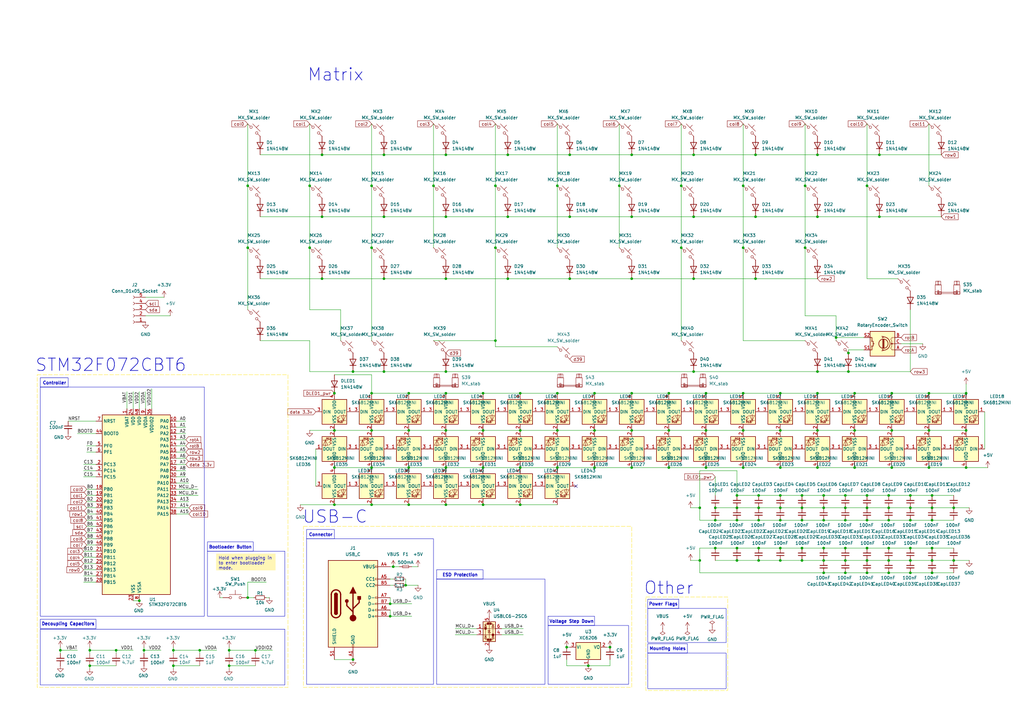
<source format=kicad_sch>
(kicad_sch (version 20231120) (generator "eeschema") (generator_version "8.0")
  (paper "A3")
  (title_block (rev "V1.0.0"))
  (junction (at 274.32 191.77))
  (junction (at 203.2 139.7))
  (junction (at 127 76.2))
  (junction (at 304.8 176.53))
  (junction (at 182.88 152.4))
  (junction (at 335.28 88.9))
  (junction (at 347.98 152.4))
  (junction (at 279.4 101.6))
  (junction (at 71.12 273.05))
  (junction (at 152.4 207.01))
  (junction (at 161.29 232.41))
  (junction (at 203.2 76.2))
  (junction (at 157.48 114.3))
  (junction (at 382.27 208.28))
  (junction (at 350.52 161.29))
  (junction (at 337.82 229.87))
  (junction (at 320.04 229.87))
  (junction (at 132.08 63.5))
  (junction (at 167.64 191.77))
  (junction (at 157.48 88.9))
  (junction (at 259.08 63.5))
  (junction (at 382.27 234.95))
  (junction (at 304.8 191.77))
  (junction (at 381 176.53))
  (junction (at 391.16 208.28))
  (junction (at 342.9 138.43))
  (junction (at 311.15 229.87))
  (junction (at 137.16 191.77))
  (junction (at 350.52 191.77))
  (junction (at 373.38 234.95))
  (junction (at 289.56 176.53))
  (junction (at 304.8 161.29))
  (junction (at 309.88 63.5))
  (junction (at 391.16 229.87))
  (junction (at 302.26 229.87))
  (junction (at 293.37 224.79))
  (junction (at 293.37 208.28))
  (junction (at 132.08 88.9))
  (junction (at 228.6 76.2))
  (junction (at 365.76 191.77))
  (junction (at 132.08 114.3))
  (junction (at 284.48 63.5))
  (junction (at 167.64 207.01))
  (junction (at 373.38 208.28))
  (junction (at 337.82 213.36))
  (junction (at 355.6 208.28))
  (junction (at 320.04 203.2))
  (junction (at 232.41 265.43))
  (junction (at 157.48 63.5))
  (junction (at 47.625 266.7))
  (junction (at 364.49 224.79))
  (junction (at 182.88 161.29))
  (junction (at 373.38 213.36))
  (junction (at 302.26 208.28))
  (junction (at 302.26 203.2))
  (junction (at 101.6 76.2))
  (junction (at 373.38 203.2))
  (junction (at 346.71 213.36))
  (junction (at 59.055 266.7))
  (junction (at 254 76.2))
  (junction (at 182.88 207.01))
  (junction (at 152.4 191.77))
  (junction (at 57.15 246.38))
  (junction (at 382.27 224.79))
  (junction (at 274.32 161.29))
  (junction (at 381 161.29))
  (junction (at 167.64 161.29))
  (junction (at 396.24 176.53))
  (junction (at 382.27 229.87))
  (junction (at 144.78 270.51))
  (junction (at 36.83 273.05))
  (junction (at 259.08 161.29))
  (junction (at 320.04 224.79))
  (junction (at 160.02 247.65))
  (junction (at 382.27 213.36))
  (junction (at 309.88 88.9))
  (junction (at 350.52 176.53))
  (junction (at 203.2 101.6))
  (junction (at 101.6 245.11))
  (junction (at 233.68 63.5))
  (junction (at 243.84 161.29))
  (junction (at 311.15 224.79))
  (junction (at 328.93 213.36))
  (junction (at 309.88 114.3))
  (junction (at 347.98 144.78))
  (junction (at 152.4 161.29))
  (junction (at 279.4 76.2))
  (junction (at 382.27 203.2))
  (junction (at 198.12 161.29))
  (junction (at 337.82 234.95))
  (junction (at 346.71 224.79))
  (junction (at 160.02 252.73))
  (junction (at 337.82 208.28))
  (junction (at 346.71 203.2))
  (junction (at 157.48 152.4))
  (junction (at 287.02 208.28))
  (junction (at 381 191.77))
  (junction (at 337.82 224.79))
  (junction (at 213.36 176.53))
  (junction (at 284.48 152.4))
  (junction (at 335.28 152.4))
  (junction (at 346.71 234.95))
  (junction (at 182.88 191.77))
  (junction (at 373.38 224.79))
  (junction (at 182.88 114.3))
  (junction (at 289.56 191.77))
  (junction (at 208.28 114.3))
  (junction (at 228.6 191.77))
  (junction (at 320.04 213.36))
  (junction (at 320.04 191.77))
  (junction (at 355.6 76.2))
  (junction (at 144.78 152.4))
  (junction (at 365.76 161.29))
  (junction (at 243.84 176.53))
  (junction (at 182.88 88.9))
  (junction (at 259.08 191.77))
  (junction (at 104.775 266.7))
  (junction (at 328.93 229.87))
  (junction (at 228.6 161.29))
  (junction (at 364.49 213.36))
  (junction (at 284.48 88.9))
  (junction (at 320.04 208.28))
  (junction (at 213.36 191.77))
  (junction (at 335.28 191.77))
  (junction (at 293.37 213.36))
  (junction (at 304.8 101.6))
  (junction (at 289.56 161.29))
  (junction (at 24.765 266.7))
  (junction (at 137.16 176.53))
  (junction (at 311.15 213.36))
  (junction (at 355.6 229.87))
  (junction (at 360.68 88.9))
  (junction (at 93.98 273.05))
  (junction (at 311.15 208.28))
  (junction (at 177.8 76.2))
  (junction (at 233.68 114.3))
  (junction (at 36.83 266.7))
  (junction (at 167.64 176.53))
  (junction (at 346.71 229.87))
  (junction (at 287.02 229.87))
  (junction (at 335.28 176.53))
  (junction (at 81.915 266.7))
  (junction (at 166.37 240.03))
  (junction (at 152.4 101.6))
  (junction (at 198.12 207.01))
  (junction (at 213.36 161.29))
  (junction (at 396.24 161.29))
  (junction (at 259.08 176.53))
  (junction (at 335.28 161.29))
  (junction (at 364.49 234.95))
  (junction (at 259.08 114.3))
  (junction (at 152.4 176.53))
  (junction (at 302.26 213.36))
  (junction (at 208.28 63.5))
  (junction (at 304.8 76.2))
  (junction (at 364.49 208.28))
  (junction (at 259.08 88.9))
  (junction (at 337.82 203.2))
  (junction (at 228.6 176.53))
  (junction (at 335.28 63.5))
  (junction (at 396.24 191.77))
  (junction (at 355.6 224.79))
  (junction (at 198.12 191.77))
  (junction (at 360.68 63.5))
  (junction (at 328.93 208.28))
  (junction (at 208.28 88.9))
  (junction (at 330.2 76.2))
  (junction (at 320.04 161.29))
  (junction (at 243.84 191.77))
  (junction (at 137.16 161.29))
  (junction (at 71.12 266.7))
  (junction (at 241.3 273.05))
  (junction (at 346.71 208.28))
  (junction (at 328.93 224.79))
  (junction (at 365.76 176.53))
  (junction (at 302.26 224.79))
  (junction (at 320.04 176.53))
  (junction (at 311.15 203.2))
  (junction (at 152.4 76.2))
  (junction (at 355.6 203.2))
  (junction (at 328.93 203.2))
  (junction (at 355.6 234.95))
  (junction (at 182.88 63.5))
  (junction (at 250.19 265.43))
  (junction (at 101.6 101.6))
  (junction (at 364.49 203.2))
  (junction (at 284.48 114.3))
  (junction (at 355.6 213.36))
  (junction (at 137.16 207.01))
  (junction (at 274.32 176.53))
  (junction (at 198.12 176.53))
  (junction (at 213.36 207.01))
  (junction (at 93.98 266.7))
  (junction (at 233.68 88.9))
  (junction (at 127 101.6))
  (junction (at 330.2 101.6))
  (junction (at 182.88 176.53))
  (junction (at 364.49 229.87))
  (junction (at 373.38 229.87))
  (no_connect (at 236.22 199.39))
  (wire (pts (xy 355.6 224.79) (xy 364.49 224.79)))
  (wire (pts (xy 127 101.6) (xy 127 127)))
  (wire (pts (xy 254 50.8) (xy 254 76.2)))
  (wire (pts (xy 132.08 88.9) (xy 157.48 88.9)))
  (wire (pts (xy 381 176.53) (xy 396.24 176.53)))
  (wire (pts (xy 34.29 231.14) (xy 39.37 231.14)))
  (wire (pts (xy 34.29 238.76) (xy 39.37 238.76)))
  (wire (pts (xy 228.6 76.2) (xy 228.6 101.6)))
  (wire (pts (xy 129.54 184.15) (xy 129.54 199.39)))
  (wire (pts (xy 304.8 101.6) (xy 304.8 139.7)))
  (wire (pts (xy 302.26 208.28) (xy 311.15 208.28)))
  (wire (pts (xy 127 139.7) (xy 127 152.4)))
  (wire (pts (xy 396.24 157.48) (xy 396.24 161.29)))
  (wire (pts (xy 213.36 207.01) (xy 228.6 207.01)))
  (wire (pts (xy 311.15 224.79) (xy 320.04 224.79)))
  (wire (pts (xy 71.12 266.7) (xy 71.12 267.97)))
  (wire (pts (xy 302.26 203.2) (xy 311.15 203.2)))
  (wire (pts (xy 34.29 193.04) (xy 39.37 193.04)))
  (wire (pts (xy 350.52 176.53) (xy 365.76 176.53)))
  (wire (pts (xy 160.02 250.19) (xy 160.02 252.73)))
  (wire (pts (xy 213.36 176.53) (xy 228.6 176.53)))
  (wire (pts (xy 283.21 208.28) (xy 287.02 208.28)))
  (wire (pts (xy 160.02 232.41) (xy 161.29 232.41)))
  (wire (pts (xy 52.07 160.655) (xy 52.07 167.64)))
  (wire (pts (xy 364.49 224.79) (xy 373.38 224.79)))
  (wire (pts (xy 293.37 208.28) (xy 302.26 208.28)))
  (wire (pts (xy 302.26 193.04) (xy 287.02 193.04)))
  (wire (pts (xy 335.28 176.53) (xy 350.52 176.53)))
  (wire (pts (xy 330.2 129.54) (xy 342.9 129.54)))
  (wire (pts (xy 335.28 88.9) (xy 360.68 88.9)))
  (wire (pts (xy 27.94 172.72) (xy 39.37 172.72)))
  (wire (pts (xy 182.88 114.3) (xy 208.28 114.3)))
  (wire (pts (xy 213.36 161.29) (xy 228.6 161.29)))
  (wire (pts (xy 243.84 191.77) (xy 259.08 191.77)))
  (wire (pts (xy 382.27 208.28) (xy 391.16 208.28)))
  (wire (pts (xy 76.2 193.04) (xy 72.39 193.04)))
  (wire (pts (xy 304.8 139.7) (xy 330.2 139.7)))
  (wire (pts (xy 330.2 101.6) (xy 330.2 129.54)))
  (wire (pts (xy 248.92 265.43) (xy 250.19 265.43)))
  (wire (pts (xy 76.2 185.42) (xy 72.39 185.42)))
  (wire (pts (xy 24.765 266.7) (xy 24.765 267.97)))
  (wire (pts (xy 101.6 245.11) (xy 104.14 245.11)))
  (wire (pts (xy 328.93 208.28) (xy 337.82 208.28)))
  (wire (pts (xy 177.8 50.8) (xy 177.8 76.2)))
  (wire (pts (xy 279.4 76.2) (xy 279.4 101.6)))
  (wire (pts (xy 279.4 50.8) (xy 279.4 76.2)))
  (wire (pts (xy 293.37 224.79) (xy 302.26 224.79)))
  (wire (pts (xy 47.625 266.7) (xy 47.625 267.97)))
  (wire (pts (xy 81.28 200.66) (xy 72.39 200.66)))
  (wire (pts (xy 304.8 50.8) (xy 304.8 76.2)))
  (wire (pts (xy 24.765 265.43) (xy 24.765 266.7)))
  (wire (pts (xy 364.49 229.87) (xy 373.38 229.87)))
  (wire (pts (xy 127 152.4) (xy 144.78 152.4)))
  (wire (pts (xy 337.82 203.2) (xy 346.71 203.2)))
  (wire (pts (xy 304.8 161.29) (xy 320.04 161.29)))
  (wire (pts (xy 320.04 176.53) (xy 335.28 176.53)))
  (wire (pts (xy 198.12 161.29) (xy 213.36 161.29)))
  (wire (pts (xy 309.88 63.5) (xy 335.28 63.5)))
  (wire (pts (xy 373.38 203.2) (xy 382.27 203.2)))
  (wire (pts (xy 137.16 176.53) (xy 152.4 176.53)))
  (wire (pts (xy 59.69 121.92) (xy 67.31 121.92)))
  (wire (pts (xy 177.8 139.7) (xy 203.2 139.7)))
  (wire (pts (xy 137.16 270.51) (xy 144.78 270.51)))
  (wire (pts (xy 233.68 88.9) (xy 259.08 88.9)))
  (wire (pts (xy 166.37 237.49) (xy 166.37 240.03)))
  (wire (pts (xy 355.6 208.28) (xy 364.49 208.28)))
  (wire (pts (xy 76.2 195.58) (xy 72.39 195.58)))
  (wire (pts (xy 355.6 203.2) (xy 364.49 203.2)))
  (wire (pts (xy 160.02 245.11) (xy 160.02 247.65)))
  (wire (pts (xy 203.2 139.7) (xy 203.2 142.24)))
  (wire (pts (xy 382.27 229.87) (xy 391.16 229.87)))
  (wire (pts (xy 168.91 232.41) (xy 171.45 232.41)))
  (wire (pts (xy 304.8 176.53) (xy 320.04 176.53)))
  (wire (pts (xy 137.16 153.67) (xy 152.4 153.67)))
  (wire (pts (xy 320.04 191.77) (xy 335.28 191.77)))
  (wire (pts (xy 241.3 273.05) (xy 250.19 273.05)))
  (wire (pts (xy 35.56 218.44) (xy 39.37 218.44)))
  (wire (pts (xy 198.12 176.53) (xy 213.36 176.53)))
  (wire (pts (xy 137.16 191.77) (xy 152.4 191.77)))
  (wire (pts (xy 335.28 191.77) (xy 350.52 191.77)))
  (wire (pts (xy 208.28 114.3) (xy 233.68 114.3)))
  (wire (pts (xy 35.56 213.36) (xy 39.37 213.36)))
  (wire (pts (xy 365.76 191.77) (xy 381 191.77)))
  (wire (pts (xy 373.38 234.95) (xy 382.27 234.95)))
  (wire (pts (xy 381 161.29) (xy 396.24 161.29)))
  (wire (pts (xy 283.21 229.87) (xy 287.02 229.87)))
  (wire (pts (xy 127 50.8) (xy 127 76.2)))
  (wire (pts (xy 355.6 213.36) (xy 364.49 213.36)))
  (wire (pts (xy 167.64 161.29) (xy 182.88 161.29)))
  (wire (pts (xy 59.69 129.54) (xy 69.85 129.54)))
  (wire (pts (xy 93.98 273.05) (xy 104.775 273.05)))
  (wire (pts (xy 302.26 229.87) (xy 311.15 229.87)))
  (wire (pts (xy 167.64 207.01) (xy 182.88 207.01)))
  (wire (pts (xy 360.68 63.5) (xy 386.08 63.5)))
  (wire (pts (xy 228.6 176.53) (xy 243.84 176.53)))
  (wire (pts (xy 137.16 207.01) (xy 152.4 207.01)))
  (wire (pts (xy 36.83 273.05) (xy 47.625 273.05)))
  (wire (pts (xy 77.47 210.82) (xy 72.39 210.82)))
  (wire (pts (xy 132.08 114.3) (xy 157.48 114.3)))
  (wire (pts (xy 287.02 193.04) (xy 287.02 208.28)))
  (wire (pts (xy 328.93 229.87) (xy 337.82 229.87)))
  (wire (pts (xy 157.48 152.4) (xy 182.88 152.4)))
  (wire (pts (xy 35.56 203.2) (xy 39.37 203.2)))
  (wire (pts (xy 203.2 50.8) (xy 203.2 76.2)))
  (wire (pts (xy 34.29 228.6) (xy 39.37 228.6)))
  (wire (pts (xy 160.02 237.49) (xy 161.29 237.49)))
  (wire (pts (xy 365.76 176.53) (xy 381 176.53)))
  (wire (pts (xy 203.2 101.6) (xy 203.2 139.7)))
  (wire (pts (xy 76.2 180.34) (xy 72.39 180.34)))
  (wire (pts (xy 243.84 176.53) (xy 259.08 176.53)))
  (wire (pts (xy 250.19 270.51) (xy 250.19 273.05)))
  (wire (pts (xy 259.08 161.29) (xy 274.32 161.29)))
  (wire (pts (xy 302.26 213.36) (xy 311.15 213.36)))
  (wire (pts (xy 232.41 265.43) (xy 233.68 265.43)))
  (wire (pts (xy 259.08 191.77) (xy 274.32 191.77)))
  (wire (pts (xy 346.71 234.95) (xy 355.6 234.95)))
  (wire (pts (xy 382.27 203.2) (xy 391.16 203.2)))
  (wire (pts (xy 347.98 152.4) (xy 373.38 152.4)))
  (wire (pts (xy 157.48 88.9) (xy 182.88 88.9)))
  (wire (pts (xy 177.8 76.2) (xy 177.8 101.6)))
  (wire (pts (xy 35.56 182.88) (xy 39.37 182.88)))
  (wire (pts (xy 355.6 114.3) (xy 368.3 114.3)))
  (wire (pts (xy 152.4 191.77) (xy 167.64 191.77)))
  (wire (pts (xy 364.49 208.28) (xy 373.38 208.28)))
  (wire (pts (xy 320.04 213.36) (xy 328.93 213.36)))
  (wire (pts (xy 76.2 172.72) (xy 72.39 172.72)))
  (wire (pts (xy 309.88 114.3) (xy 335.28 114.3)))
  (wire (pts (xy 335.28 152.4) (xy 347.98 152.4)))
  (wire (pts (xy 186.69 257.81) (xy 195.58 257.81)))
  (wire (pts (xy 289.56 191.77) (xy 304.8 191.77)))
  (wire (pts (xy 213.36 191.77) (xy 228.6 191.77)))
  (wire (pts (xy 66.04 266.7) (xy 59.055 266.7)))
  (wire (pts (xy 208.28 88.9) (xy 233.68 88.9)))
  (wire (pts (xy 382.27 234.95) (xy 391.16 234.95)))
  (wire (pts (xy 311.15 213.36) (xy 320.04 213.36)))
  (wire (pts (xy 152.4 50.8) (xy 152.4 76.2)))
  (wire (pts (xy 259.08 63.5) (xy 284.48 63.5)))
  (wire (pts (xy 381 50.8) (xy 381 76.2)))
  (wire (pts (xy 109.22 245.11) (xy 110.49 245.11)))
  (wire (pts (xy 228.6 191.77) (xy 243.84 191.77)))
  (wire (pts (xy 161.29 232.41) (xy 163.83 232.41)))
  (wire (pts (xy 127 176.53) (xy 137.16 176.53)))
  (wire (pts (xy 104.775 266.7) (xy 111.76 266.7)))
  (wire (pts (xy 328.93 203.2) (xy 337.82 203.2)))
  (wire (pts (xy 287.02 229.87) (xy 287.02 234.95)))
  (wire (pts (xy 54.61 246.38) (xy 57.15 246.38)))
  (wire (pts (xy 391.16 208.28) (xy 397.51 208.28)))
  (wire (pts (xy 36.83 274.32) (xy 36.83 273.05)))
  (wire (pts (xy 243.84 161.29) (xy 259.08 161.29)))
  (wire (pts (xy 337.82 229.87) (xy 346.71 229.87)))
  (wire (pts (xy 127 76.2) (xy 127 101.6)))
  (wire (pts (xy 369.57 140.97) (xy 378.46 140.97)))
  (wire (pts (xy 59.69 160.655) (xy 59.69 167.64)))
  (wire (pts (xy 62.23 159.385) (xy 62.23 167.64)))
  (wire (pts (xy 274.32 161.29) (xy 289.56 161.29)))
  (wire (pts (xy 101.6 50.8) (xy 101.6 76.2)))
  (wire (pts (xy 365.76 161.29) (xy 381 161.29)))
  (wire (pts (xy 35.56 208.28) (xy 39.37 208.28)))
  (wire (pts (xy 287.02 224.79) (xy 287.02 229.87)))
  (wire (pts (xy 34.29 226.06) (xy 39.37 226.06)))
  (wire (pts (xy 34.29 233.68) (xy 39.37 233.68)))
  (wire (pts (xy 259.08 88.9) (xy 284.48 88.9)))
  (wire (pts (xy 93.98 265.43) (xy 93.98 266.7)))
  (wire (pts (xy 203.2 76.2) (xy 203.2 101.6)))
  (wire (pts (xy 182.88 161.29) (xy 198.12 161.29)))
  (wire (pts (xy 101.6 101.6) (xy 101.6 127)))
  (wire (pts (xy 355.6 234.95) (xy 364.49 234.95)))
  (wire (pts (xy 71.12 274.32) (xy 71.12 273.05)))
  (wire (pts (xy 106.68 88.9) (xy 132.08 88.9)))
  (wire (pts (xy 214.63 260.35) (xy 205.74 260.35)))
  (wire (pts (xy 186.69 260.35) (xy 195.58 260.35)))
  (wire (pts (xy 284.48 152.4) (xy 335.28 152.4)))
  (wire (pts (xy 106.68 63.5) (xy 132.08 63.5)))
  (wire (pts (xy 35.56 205.74) (xy 39.37 205.74)))
  (wire (pts (xy 328.93 213.36) (xy 337.82 213.36)))
  (wire (pts (xy 373.38 127) (xy 373.38 152.4)))
  (wire (pts (xy 76.2 175.26) (xy 72.39 175.26)))
  (wire (pts (xy 144.78 152.4) (xy 157.48 152.4)))
  (wire (pts (xy 233.68 114.3) (xy 259.08 114.3)))
  (wire (pts (xy 34.29 236.22) (xy 39.37 236.22)))
  (wire (pts (xy 127 127) (xy 139.7 127)))
  (wire (pts (xy 36.83 265.43) (xy 36.83 266.7)))
  (wire (pts (xy 346.71 229.87) (xy 355.6 229.87)))
  (wire (pts (xy 287.02 234.95) (xy 337.82 234.95)))
  (wire (pts (xy 350.52 161.29) (xy 365.76 161.29)))
  (wire (pts (xy 274.32 176.53) (xy 289.56 176.53)))
  (wire (pts (xy 77.47 208.28) (xy 72.39 208.28)))
  (wire (pts (xy 302.26 224.79) (xy 311.15 224.79)))
  (wire (pts (xy 57.15 160.655) (xy 57.15 167.64)))
  (wire (pts (xy 93.98 266.7) (xy 93.98 267.97)))
  (wire (pts (xy 304.8 191.77) (xy 320.04 191.77)))
  (wire (pts (xy 214.63 257.81) (xy 205.74 257.81)))
  (wire (pts (xy 228.6 50.8) (xy 228.6 76.2)))
  (wire (pts (xy 293.37 229.87) (xy 302.26 229.87)))
  (wire (pts (xy 182.88 63.5) (xy 208.28 63.5)))
  (wire (pts (xy 293.37 224.79) (xy 287.02 224.79)))
  (wire (pts (xy 232.41 273.05) (xy 241.3 273.05)))
  (wire (pts (xy 311.15 208.28) (xy 320.04 208.28)))
  (wire (pts (xy 320.04 208.28) (xy 328.93 208.28)))
  (wire (pts (xy 320.04 161.29) (xy 335.28 161.29)))
  (wire (pts (xy 101.6 238.76) (xy 101.6 245.11)))
  (wire (pts (xy 289.56 161.29) (xy 304.8 161.29)))
  (wire (pts (xy 157.48 114.3) (xy 182.88 114.3)))
  (wire (pts (xy 47.625 266.7) (xy 54.61 266.7)))
  (wire (pts (xy 284.48 114.3) (xy 309.88 114.3)))
  (wire (pts (xy 168.91 247.65) (xy 160.02 247.65)))
  (wire (pts (xy 355.6 50.8) (xy 355.6 76.2)))
  (wire (pts (xy 328.93 224.79) (xy 337.82 224.79)))
  (wire (pts (xy 381 191.77) (xy 396.24 191.77)))
  (wire (pts (xy 198.12 207.01) (xy 213.36 207.01)))
  (wire (pts (xy 168.91 252.73) (xy 160.02 252.73)))
  (wire (pts (xy 106.68 114.3) (xy 132.08 114.3)))
  (wire (pts (xy 157.48 63.5) (xy 182.88 63.5)))
  (wire (pts (xy 396.24 191.77) (xy 405.13 191.77)))
  (wire (pts (xy 346.71 224.79) (xy 355.6 224.79)))
  (wire (pts (xy 81.28 203.2) (xy 72.39 203.2)))
  (wire (pts (xy 59.055 266.7) (xy 59.055 267.97)))
  (wire (pts (xy 76.2 190.5) (xy 72.39 190.5)))
  (wire (pts (xy 76.2 182.88) (xy 72.39 182.88)))
  (wire (pts (xy 35.56 185.42) (xy 39.37 185.42)))
  (wire (pts (xy 71.12 273.05) (xy 81.915 273.05)))
  (wire (pts (xy 254 76.2) (xy 254 101.6)))
  (wire (pts (xy 232.41 270.51) (xy 232.41 273.05)))
  (wire (pts (xy 34.29 195.58) (xy 39.37 195.58)))
  (wire (pts (xy 228.6 161.29) (xy 243.84 161.29)))
  (wire (pts (xy 347.98 143.51) (xy 347.98 144.78)))
  (wire (pts (xy 59.055 265.43) (xy 59.055 266.7)))
  (wire (pts (xy 364.49 213.36) (xy 373.38 213.36)))
  (wire (pts (xy 182.88 176.53) (xy 198.12 176.53)))
  (wire (pts (xy 76.2 177.8) (xy 72.39 177.8)))
  (wire (pts (xy 208.28 63.5) (xy 233.68 63.5)))
  (wire (pts (xy 132.08 63.5) (xy 157.48 63.5)))
  (wire (pts (xy 259.08 114.3) (xy 284.48 114.3)))
  (wire (pts (xy 373.38 213.36) (xy 382.27 213.36)))
  (wire (pts (xy 90.17 245.11) (xy 91.44 245.11)))
  (wire (pts (xy 93.98 274.32) (xy 93.98 273.05)))
  (wire (pts (xy 335.28 63.5) (xy 360.68 63.5)))
  (wire (pts (xy 391.16 229.87) (xy 397.51 229.87)))
  (wire (pts (xy 337.82 208.28) (xy 346.71 208.28)))
  (wire (pts (xy 342.9 138.43) (xy 342.9 139.7)))
  (wire (pts (xy 106.68 139.7) (xy 127 139.7)))
  (wire (pts (xy 71.12 265.43) (xy 71.12 266.7)))
  (wire (pts (xy 182.88 207.01) (xy 198.12 207.01)))
  (wire (pts (xy 287.02 213.36) (xy 287.02 208.28)))
  (wire (pts (xy 335.28 161.29) (xy 350.52 161.29)))
  (wire (pts (xy 36.83 266.7) (xy 47.625 266.7)))
  (wire (pts (xy 293.37 195.58) (xy 293.37 203.2)))
  (wire (pts (xy 109.22 238.76) (xy 101.6 238.76)))
  (wire (pts (xy 382.27 224.79) (xy 391.16 224.79)))
  (wire (pts (xy 182.88 88.9) (xy 208.28 88.9)))
  (wire (pts (xy 309.88 88.9) (xy 335.28 88.9)))
  (wire (pts (xy 152.4 153.67) (xy 152.4 161.29)))
  (wire (pts (xy 35.56 223.52) (xy 39.37 223.52)))
  (wire (pts (xy 279.4 101.6) (xy 279.4 139.7)))
  (wire (pts (xy 284.48 63.5) (xy 309.88 63.5)))
  (wire (pts (xy 101.6 76.2) (xy 101.6 101.6)))
  (wire (pts (xy 152.4 207.01) (xy 167.64 207.01)))
  (wire (pts (xy 346.71 208.28) (xy 355.6 208.28)))
  (wire (pts (xy 104.775 266.7) (xy 104.775 267.97)))
  (wire (pts (xy 293.37 213.36) (xy 287.02 213.36)))
  (wire (pts (xy 330.2 50.8) (xy 330.2 76.2)))
  (wire (pts (xy 355.6 229.87) (xy 364.49 229.87)))
  (wire (pts (xy 139.7 127) (xy 139.7 139.7)))
  (wire (pts (xy 284.48 88.9) (xy 309.88 88.9)))
  (wire (pts (xy 203.2 142.24) (xy 228.6 142.24)))
  (wire (pts (xy 364.49 203.2) (xy 373.38 203.2)))
  (wire (pts (xy 182.88 152.4) (xy 284.48 152.4)))
  (wire (pts (xy 342.9 129.54) (xy 342.9 138.43)))
  (wire (pts (xy 81.915 266.7) (xy 81.915 267.97)))
  (wire (pts (xy 152.4 161.29) (xy 167.64 161.29)))
  (wire (pts (xy 373.38 224.79) (xy 382.27 224.79)))
  (wire (pts (xy 167.64 176.53) (xy 182.88 176.53)))
  (wire (pts (xy 35.56 210.82) (xy 39.37 210.82)))
  (wire (pts (xy 364.49 234.95) (xy 373.38 234.95)))
  (wire (pts (xy 320.04 203.2) (xy 328.93 203.2)))
  (wire (pts (xy 36.83 266.7) (xy 36.83 267.97)))
  (wire (pts (xy 337.82 234.95) (xy 346.71 234.95)))
  (wire (pts (xy 346.71 203.2) (xy 355.6 203.2)))
  (wire (pts (xy 160.02 240.03) (xy 161.29 240.03)))
  (wire (pts (xy 31.75 266.7) (xy 24.765 266.7)))
  (wire (pts (xy 259.08 176.53) (xy 274.32 176.53)))
  (wire (pts (xy 123.19 207.01) (xy 137.16 207.01)))
  (wire (pts (xy 152.4 76.2) (xy 152.4 101.6)))
  (wire (pts (xy 320.04 229.87) (xy 328.93 229.87)))
  (wire (pts (xy 360.68 88.9) (xy 386.08 88.9)))
  (wire (pts (xy 337.82 224.79) (xy 346.71 224.79)))
  (wire (pts (xy 54.61 160.655) (xy 54.61 167.64)))
  (wire (pts (xy 71.12 266.7) (xy 81.915 266.7)))
  (wire (pts (xy 81.915 266.7) (xy 88.9 266.7)))
  (wire (pts (xy 330.2 76.2) (xy 330.2 101.6)))
  (wire (pts (xy 289.56 176.53) (xy 304.8 176.53)))
  (wire (pts (xy 382.27 213.36) (xy 391.16 213.36)))
  (wire (pts (xy 77.47 198.12) (xy 72.39 198.12)))
  (wire (pts (xy 77.47 205.74) (xy 72.39 205.74)))
  (wire (pts (xy 35.56 220.98) (xy 39.37 220.98)))
  (wire (pts (xy 350.52 191.77) (xy 365.76 191.77)))
  (wire (pts (xy 354.33 138.43) (xy 342.9 138.43)))
  (wire (pts (xy 337.82 213.36) (xy 346.71 213.36)))
  (wire (pts (xy 76.2 187.96) (xy 72.39 187.96)))
  (wire (pts (xy 355.6 76.2) (xy 355.6 114.3)))
  (wire (pts (xy 31.75 177.8) (xy 39.37 177.8)))
  (wire (pts (xy 302.26 203.2) (xy 302.26 193.04)))
  (wire (pts (xy 233.68 63.5) (xy 259.08 63.5)))
  (wire (pts (xy 304.8 76.2) (xy 304.8 101.6)))
  (wire (pts (xy 354.33 143.51) (xy 347.98 143.51)))
  (wire (pts (xy 293.37 213.36) (xy 302.26 213.36)))
  (wire (pts (xy 167.64 191.77) (xy 182.88 191.77)))
  (wire (pts (xy 373.38 208.28) (xy 382.27 208.28)))
  (wire (pts (xy 34.29 190.5) (xy 39.37 190.5)))
  (wire (pts (xy 403.86 168.91) (xy 403.86 184.15)))
  (wire (pts (xy 198.12 191.77) (xy 213.36 191.77)))
  (wire (pts (xy 373.38 229.87) (xy 382.27 229.87)))
  (wire (pts (xy 346.71 213.36) (xy 355.6 213.36)))
  (wire (pts (xy 152.4 101.6) (xy 152.4 139.7)))
  (wire (pts (xy 311.15 203.2) (xy 320.04 203.2)))
  (wire (pts (xy 320.04 224.79) (xy 328.93 224.79)))
  (wire (pts (xy 182.88 191.77) (xy 198.12 191.77)))
  (wire (pts (xy 137.16 161.29) (xy 137.16 160.02)))
  (wire (pts (xy 166.37 240.03) (xy 171.45 240.03)))
  (wire (pts (xy 274.32 191.77) (xy 289.56 191.77)))
  (wire (pts (xy 35.56 200.66) (xy 39.37 200.66)))
  (wire (pts (xy 311.15 229.87) (xy 320.04 229.87)))
  (wire (pts (xy 152.4 176.53) (xy 167.64 176.53)))
  (wire (pts (xy 93.98 266.7) (xy 104.775 266.7)))
  (wire (pts (xy 35.56 215.9) (xy 39.37 215.9)))
  (rectangle (start 179.07 237.49) (end 223.52 280.67))
  (rectangle (start 16.51 258.064) (end 116.84 280.924))
  (rectangle (start 125.73 217.17) (end 137.16 220.98))
  (rectangle (start 265.684 264.033) (end 281.94 267.843))
  (rectangle (start 224.79 256.54) (end 257.81 280.67))
  (rectangle (start 15.24 153.67) (end 118.11 281.94) (stroke (width 0) (type dash) (color 255 229 36 1)))
  (rectangle (start 16.51 154.94) (end 27.94 158.75))
  (rectangle (start 265.684 245.745) (end 278.384 249.555))
  (rectangle (start 124.46 215.9) (end 259.08 281.94) (stroke (width 0) (type dash) (color 255 229 36 1)))
  (rectangle (start 85.09 222.25) (end 103.886 226.06))
  (rectangle (start 265.684 267.843) (end 297.815 282.448))
  (rectangle (start 264.922 244.856) (end 298.45 283.21) (stroke (width 0) (type dash) (color 255 229 36 1)))
  (rectangle (start 224.79 252.73) (end 243.84 256.54))
  (rectangle (start 85.09 226.06) (end 116.84 252.73))
  (rectangle (start 179.07 233.68) (end 198.12 237.49))
  (rectangle (start 16.51 158.75) (end 83.82 252.73))
  (rectangle (start 125.73 220.98) (end 177.8 280.67))
  (rectangle (start 265.684 249.555) (end 297.815 263.525))
  (rectangle (start 16.51 254) (end 39.37 257.81))
  (text_box "Hold when plugging in to enter bootloader mode." (at 88.646 227.076 0) (size 24.384 6.858) (stroke (width -0.0001)) (fill (type color) (color 255 229 36 0.33)) (effects (font (size 1.27 1.27)) (justify left top)))
  (text "STM32F072CBT6" (at 45.466 149.86 0) (effects (font (size 5.08 5.08) (thickness 0.254) (bold yes))))
  (text "USB-C\n" (at 137.414 212.09 0) (effects (font (size 5.08 5.08) (thickness 0.254) (bold yes))))
  (text "Mounting Holes" (at 273.812 266.192 0) (effects (font (size 1.27 1.27) (thickness 0.254) (bold yes))))
  (text "Decoupling Capacitors" (at 27.94 256.032 0) (effects (font (size 1.27 1.27) (thickness 0.254) (bold yes))))
  (text "Controller\n" (at 22.352 157.226 0) (effects (font (size 1.27 1.27) (thickness 0.254) (bold yes))))
  (text "ESD Protection" (at 188.722 235.966 0) (effects (font (size 1.27 1.27) (thickness 0.254) (bold yes))))
  (text "Power Flags" (at 272.034 247.904 0) (effects (font (size 1.27 1.27) (thickness 0.254) (bold yes))))
  (text "Voltage Step Down" (at 234.442 255.016 0) (effects (font (size 1.27 1.27) (thickness 0.254) (bold yes))))
  (text "Other" (at 274.32 241.3 0) (effects (font (size 5.08 5.08) (thickness 0.254) (bold yes))))
  (text "Bootloader Button" (at 94.488 224.536 0) (effects (font (size 1.27 1.27) (thickness 0.254) (bold yes))))
  (text "Matrix" (at 137.668 30.734 0) (effects (font (size 5.08 5.08) (thickness 0.254) (bold yes))))
  (text "Connector\n" (at 131.572 219.456 0) (effects (font (size 1.27 1.27) (thickness 0.254) (bold yes))))
  (label "A7" (at 76.2 190.5 180))
  (label "A6" (at 76.2 187.96 180))
  (label "A10" (at 77.47 198.12 180))
  (label "B0" (at 35.56 200.66 0))
  (label "B6" (at 35.56 215.9 0))
  (label "MCU_D-" (at 81.28 200.66 180))
  (label "A3" (at 76.2 180.34 180))
  (label "B7" (at 35.56 218.44 0))
  (label "A15" (at 77.47 210.82 180))
  (label "VBAT" (at 31.75 266.7 180))
  (label "A5" (at 76.2 185.42 180))
  (label "B5" (at 35.56 213.36 0))
  (label "B1" (at 35.56 203.2 0))
  (label "B9" (at 35.56 223.52 0))
  (label "VDDIO2" (at 62.23 159.385 270))
  (label "USB_D+" (at 168.91 252.73 180))
  (label "B11" (at 34.29 228.6 0))
  (label "B4" (at 35.56 210.82 0))
  (label "MCU_D+" (at 81.28 203.2 180))
  (label "A14" (at 77.47 208.28 180))
  (label "NRST" (at 27.94 172.72 0))
  (label "VDDIO2" (at 111.76 266.7 180))
  (label "VDD2" (at 57.15 160.655 270))
  (label "A2" (at 76.2 177.8 180))
  (label "VDDA" (at 59.69 160.655 270))
  (label "F0" (at 35.56 182.88 0))
  (label "BOOT0" (at 109.22 238.76 180))
  (label "B15" (at 34.29 238.76 0))
  (label "F1" (at 35.56 185.42 0))
  (label "A13" (at 77.47 205.74 180))
  (label "B12" (at 34.29 231.14 0))
  (label "A9" (at 76.2 195.58 180))
  (label "A8" (at 76.2 193.04 180))
  (label "C13" (at 34.29 190.5 0))
  (label "B8" (at 35.56 220.98 0))
  (label "USB_D-" (at 168.91 247.65 180))
  (label "MCU_D-" (at 186.69 260.35 0))
  (label "BOOT0" (at 31.75 177.8 0))
  (label "A1" (at 76.2 175.26 180))
  (label "B2" (at 35.56 205.74 0))
  (label "C15" (at 34.29 195.58 0))
  (label "B13" (at 34.29 233.68 0))
  (label "VDD1" (at 54.61 160.655 270))
  (label "VDDA" (at 88.9 266.7 180))
  (label "VDD2" (at 66.04 266.7 180))
  (label "B3" (at 35.56 208.28 0))
  (label "B10" (at 34.29 226.06 0))
  (label "USB_D-" (at 214.63 260.35 180))
  (label "VBAT" (at 52.07 160.655 270))
  (label "A0" (at 76.2 172.72 180))
  (label "B14" (at 34.29 236.22 0))
  (label "MCU_D+" (at 186.69 257.81 0))
  (label "A4" (at 76.2 182.88 180))
  (label "USB_D+" (at 214.63 257.81 180))
  (label "VDD1" (at 54.61 266.7 180))
  (label "C14" (at 34.29 193.04 0))
  (global_label "rotB" (shape input) (at 369.57 138.43 0) (property "Intersheetrefs" "${INTERSHEET_REFS}" (effects (hide yes))))
  (global_label "col0" (shape input) (at 35.56 200.66 180) (property "Intersheetrefs" "${INTERSHEET_REFS}" (effects (hide yes))))
  (global_label "col11" (shape input) (at 35.56 208.28 180) (property "Intersheetrefs" "${INTERSHEET_REFS}" (effects (hide yes))))
  (global_label "row2" (shape input) (at 76.2 185.42 0) (property "Intersheetrefs" "${INTERSHEET_REFS}" (effects (hide yes))))
  (global_label "rotA" (shape input) (at 369.57 143.51 0) (property "Intersheetrefs" "${INTERSHEET_REFS}" (effects (hide yes))))
  (global_label "row0" (shape input) (at 386.08 63.5 0) (property "Intersheetrefs" "${INTERSHEET_REFS}" (effects (hide yes))))
  (global_label "col8" (shape input) (at 304.8 50.8 180) (property "Intersheetrefs" "${INTERSHEET_REFS}" (effects (hide yes))))
  (global_label "col8" (shape input) (at 35.56 213.36 180) (property "Intersheetrefs" "${INTERSHEET_REFS}" (effects (hide yes))))
  (global_label "col4" (shape input) (at 34.29 228.6 180) (property "Intersheetrefs" "${INTERSHEET_REFS}" (effects (hide yes))))
  (global_label "col7" (shape input) (at 279.4 50.8 180) (property "Intersheetrefs" "${INTERSHEET_REFS}" (effects (hide yes))))
  (global_label "col10" (shape input) (at 355.6 50.8 180) (property "Intersheetrefs" "${INTERSHEET_REFS}" (effects (hide yes))))
  (global_label "col4" (shape input) (at 203.2 50.8 180) (property "Intersheetrefs" "${INTERSHEET_REFS}" (effects (hide yes))))
  (global_label "col10" (shape input) (at 77.47 210.82 0) (property "Intersheetrefs" "${INTERSHEET_REFS}" (effects (hide yes))))
  (global_label "col2" (shape input) (at 35.56 205.74 180) (property "Intersheetrefs" "${INTERSHEET_REFS}" (effects (hide yes))))
  (global_label "d39" (shape input) (at 182.88 144.78 0) (property "Intersheetrefs" "${INTERSHEET_REFS}" (effects (hide yes))))
  (global_label "row3" (shape input) (at 373.38 152.4 0) (property "Intersheetrefs" "${INTERSHEET_REFS}" (effects (hide yes))))
  (global_label "row1" (shape input) (at 386.08 88.9 0) (property "Intersheetrefs" "${INTERSHEET_REFS}" (effects (hide yes))))
  (global_label "row0" (shape input) (at 34.29 233.68 180) (property "Intersheetrefs" "${INTERSHEET_REFS}" (effects (hide yes))))
  (global_label "col3" (shape input) (at 34.29 226.06 180) (property "Intersheetrefs" "${INTERSHEET_REFS}" (effects (hide yes))))
  (global_label "col5" (shape input) (at 34.29 231.14 180) (property "Intersheetrefs" "${INTERSHEET_REFS}" (effects (hide yes))))
  (global_label "col2" (shape input) (at 152.4 50.8 180) (property "Intersheetrefs" "${INTERSHEET_REFS}" (effects (hide yes))))
  (global_label "DLED1_pwr" (shape input) (at 137.16 161.29 180) (property "Intersheetrefs" "${INTERSHEET_REFS}" (effects (hide yes))))
  (global_label "col9" (shape input) (at 77.47 208.28 0) (property "Intersheetrefs" "${INTERSHEET_REFS}" (effects (hide yes))))
  (global_label "scl" (shape input) (at 35.56 215.9 180) (property "Intersheetrefs" "${INTERSHEET_REFS}" (effects (hide yes))))
  (global_label "col5" (shape input) (at 228.6 50.8 180) (property "Intersheetrefs" "${INTERSHEET_REFS}" (effects (hide yes))))
  (global_label "data 3.3v" (shape input) (at 76.2 190.5 0) (property "Intersheetrefs" "${INTERSHEET_REFS}" (effects (hide yes))))
  (global_label "d39" (shape input) (at 233.68 147.32 0) (property "Intersheetrefs" "${INTERSHEET_REFS}" (effects (hide yes))))
  (global_label "scl" (shape input) (at 59.69 124.46 0) (property "Intersheetrefs" "${INTERSHEET_REFS}" (effects (hide yes))))
  (global_label "col6" (shape input) (at 35.56 220.98 180) (property "Intersheetrefs" "${INTERSHEET_REFS}" (effects (hide yes))))
  (global_label "col7" (shape input) (at 35.56 223.52 180) (property "Intersheetrefs" "${INTERSHEET_REFS}" (effects (hide yes))))
  (global_label "col3" (shape input) (at 177.8 50.8 180) (property "Intersheetrefs" "${INTERSHEET_REFS}" (effects (hide yes))))
  (global_label "sda" (shape input) (at 35.56 218.44 180) (property "Intersheetrefs" "${INTERSHEET_REFS}" (effects (hide yes))))
  (global_label "col6" (shape input) (at 254 50.8 180) (property "Intersheetrefs" "${INTERSHEET_REFS}" (effects (hide yes))))
  (global_label "row1" (shape input) (at 35.56 210.82 180) (property "Intersheetrefs" "${INTERSHEET_REFS}" (effects (hide yes))))
  (global_label "col1" (shape input) (at 35.56 203.2 180) (property "Intersheetrefs" "${INTERSHEET_REFS}" (effects (hide yes))))
  (global_label "DLED1_pwr" (shape input) (at 293.37 195.58 180) (property "Intersheetrefs" "${INTERSHEET_REFS}" (effects (hide yes))))
  (global_label "data 3.3v" (shape input) (at 129.54 168.91 180) (property "Intersheetrefs" "${INTERSHEET_REFS}" (effects (hide yes))))
  (global_label "rotA" (shape input) (at 76.2 180.34 0) (property "Intersheetrefs" "${INTERSHEET_REFS}" (effects (hide yes))))
  (global_label "col11" (shape input) (at 381 50.8 180) (property "Intersheetrefs" "${INTERSHEET_REFS}" (effects (hide yes))))
  (global_label "col0" (shape input) (at 101.6 50.8 180) (property "Intersheetrefs" "${INTERSHEET_REFS}" (effects (hide yes))))
  (global_label "row3" (shape input) (at 76.2 187.96 0) (property "Intersheetrefs" "${INTERSHEET_REFS}" (effects (hide yes))))
  (global_label "rotB" (shape input) (at 76.2 182.88 0) (property "Intersheetrefs" "${INTERSHEET_REFS}" (effects (hide yes))))
  (global_label "row2" (shape input) (at 335.28 114.3 0) (property "Intersheetrefs" "${INTERSHEET_REFS}" (effects (hide yes))))
  (global_label "sda" (shape input) (at 59.69 127 0) (property "Intersheetrefs" "${INTERSHEET_REFS}" (effects (hide yes))))
  (global_label "col1" (shape input) (at 127 50.8 180) (property "Intersheetrefs" "${INTERSHEET_REFS}" (effects (hide yes))))
  (global_label "col9" (shape input) (at 330.2 50.8 180) (property "Intersheetrefs" "${INTERSHEET_REFS}" (effects (hide yes))))
  (symbol (lib_id "Diode:1N4148W") (at 132.08 85.09 90) (unit 1)
    (property "Reference" "D14" (at 134.62 83.8199 90) (effects (justify right)))
    (property "Value" "1N4148W" (at 134.62 86.3599 90) (effects (justify right)))
    (property "Footprint" "Diode_SMD:D_SOD-123" (effects (hide yes)))
    (property "Datasheet" "https://www.vishay.com/docs/85748/1n4148w.pdf" (effects (hide yes)))
    (property "Description" "75V 0.15A Fast Switching Diode, SOD-123" (effects (hide yes)))
    (property "Sim.Device" "D" (effects (hide yes)))
    (property "Sim.Pins" "1=K 2=A" (effects (hide yes)))
  )
  (symbol (lib_id "LED:SK6812MINI") (at 182.88 168.91 0) (unit 1)
    (property "Reference" "LED4" (at 195.58 162.5914 0))
    (property "Value" "SK6812MINI" (at 195.58 165.1314 0))
    (property "Footprint" "ScottoKeebs_Components:LED_SK6812MINI" (effects (hide yes)))
    (property "Datasheet" "https://cdn-shop.adafruit.com/product-files/2686/SK6812MINI_REV.01-1-2.pdf" (effects (hide yes)))
    (property "Description" "RGB LED with integrated controller" (effects (hide yes)))
  )
  (symbol (lib_id "LED:SK6812MINI") (at 365.76 168.91 0) (unit 1)
    (property "Reference" "LED16" (at 378.46 162.5914 0))
    (property "Value" "SK6812MINI" (at 378.46 165.1314 0))
    (property "Footprint" "ScottoKeebs_Components:LED_SK6812MINI" (effects (hide yes)))
    (property "Datasheet" "https://cdn-shop.adafruit.com/product-files/2686/SK6812MINI_REV.01-1-2.pdf" (effects (hide yes)))
    (property "Description" "RGB LED with integrated controller" (effects (hide yes)))
  )
  (symbol (lib_id "PCM_marbastlib-mx:MX_SW_solder") (at 154.94 104.14 0) (unit 1)
    (property "Reference" "MX27" (at 154.94 96.52 0))
    (property "Value" "MX_SW_solder" (at 154.94 99.06 0))
    (property "Footprint" "PCM_marbastlib-mx:SW_MX_HS_CPG151101S11_1u" (effects (hide yes)))
    (property "Description" "Push button switch, normally open, two pins, 45° tilted" (effects (hide yes)))
  )
  (symbol (lib_id "Diode:1N4148W") (at 259.08 59.69 90) (unit 1)
    (property "Reference" "D7" (at 261.62 58.4199 90) (effects (justify right)))
    (property "Value" "1N4148W" (at 261.62 60.9599 90) (effects (justify right)))
    (property "Footprint" "Diode_SMD:D_SOD-123" (effects (hide yes)))
    (property "Datasheet" "https://www.vishay.com/docs/85748/1n4148w.pdf" (effects (hide yes)))
    (property "Description" "75V 0.15A Fast Switching Diode, SOD-123" (effects (hide yes)))
    (property "Sim.Device" "D" (effects (hide yes)))
    (property "Sim.Pins" "1=K 2=A" (effects (hide yes)))
  )
  (symbol (lib_id "PCM_marbastlib-mx:MX_SW_solder") (at 231.14 104.14 0) (unit 1)
    (property "Reference" "MX30" (at 231.14 96.52 0))
    (property "Value" "MX_SW_solder" (at 231.14 99.06 0))
    (property "Footprint" "PCM_marbastlib-mx:SW_MX_HS_CPG151101S11_1u" (effects (hide yes)))
    (property "Description" "Push button switch, normally open, two pins, 45° tilted" (effects (hide yes)))
  )
  (symbol (lib_id "PCM_marbastlib-mx:MX_SW_solder") (at 281.94 142.24 0) (unit 1)
    (property "Reference" "MX40" (at 281.94 134.62 0))
    (property "Value" "MX_SW_solder" (at 281.94 137.16 0))
    (property "Footprint" "PCM_marbastlib-mx:SW_MX_HS_CPG151101S11_1u" (effects (hide yes)))
    (property "Description" "Push button switch, normally open, two pins, 45° tilted" (effects (hide yes)))
  )
  (symbol (lib_id "LED:SK6812MINI") (at 213.36 184.15 180) (unit 1)
    (property "Reference" "LED31" (at 200.66 190.4686 0))
    (property "Value" "SK6812MINI" (at 200.66 187.9286 0))
    (property "Footprint" "ScottoKeebs_Components:LED_SK6812MINI" (effects (hide yes)))
    (property "Datasheet" "https://cdn-shop.adafruit.com/product-files/2686/SK6812MINI_REV.01-1-2.pdf" (effects (hide yes)))
    (property "Description" "RGB LED with integrated controller" (effects (hide yes)))
  )
  (symbol (lib_id "PCM_marbastlib-mx:MX_SW_solder") (at 256.54 104.14 0) (unit 1)
    (property "Reference" "MX31" (at 256.54 96.52 0))
    (property "Value" "MX_SW_solder" (at 256.54 99.06 0))
    (property "Footprint" "PCM_marbastlib-mx:SW_MX_HS_CPG151101S11_1u" (effects (hide yes)))
    (property "Description" "Push button switch, normally open, two pins, 45° tilted" (effects (hide yes)))
  )
  (symbol (lib_id "Device:C_Small") (at 320.04 210.82 0) (unit 1)
    (property "Reference" "CapLED21" (at 322.834 217.932 0) (effects (justify right)))
    (property "Value" "100nF" (at 322.834 215.392 0) (effects (justify right)))
    (property "Footprint" "ScottoKeebs_Components:Capacitor_0402" (effects (hide yes)))
    (property "Description" "Unpolarized capacitor, small symbol" (effects (hide yes)))
    (property "LCSC" "C307331" (effects (hide yes)))
    (property "MPN" "CL05B104KB54PNC" (effects (hide yes)))
  )
  (symbol (lib_id "power:+3.3V") (at 93.98 265.43 0) (unit 1)
    (property "Reference" "#PWR024" (effects (hide yes)))
    (property "Value" "+3.3V" (at 93.726 261.62 0))
    (property "Description" "Power symbol creates a global label with name \"+3.3V\"" (effects (hide yes)))
  )
  (symbol (lib_id "PCM_marbastlib-mx:MX_SW_solder") (at 358.14 78.74 0) (unit 1)
    (property "Reference" "MX23" (at 358.14 71.12 0))
    (property "Value" "MX_SW_solder" (at 358.14 73.66 0))
    (property "Footprint" "PCM_marbastlib-mx:SW_MX_HS_CPG151101S11_1u" (effects (hide yes)))
    (property "Description" "Push button switch, normally open, two pins, 45° tilted" (effects (hide yes)))
  )
  (symbol (lib_id "Device:C_Small") (at 382.27 205.74 180) (unit 1)
    (property "Reference" "CapLED11" (at 379.476 198.628 0) (effects (justify right)))
    (property "Value" "100nF" (at 379.476 201.168 0) (effects (justify right)))
    (property "Footprint" "ScottoKeebs_Components:Capacitor_0402" (effects (hide yes)))
    (property "Description" "Unpolarized capacitor, small symbol" (effects (hide yes)))
    (property "LCSC" "C307331" (effects (hide yes)))
    (property "MPN" "CL05B104KB54PNC" (effects (hide yes)))
  )
  (symbol (lib_id "Device:C_Small") (at 320.04 205.74 180) (unit 1)
    (property "Reference" "CapLED4" (at 317.246 198.628 0) (effects (justify right)))
    (property "Value" "100nF" (at 317.246 201.168 0) (effects (justify right)))
    (property "Footprint" "ScottoKeebs_Components:Capacitor_0402" (effects (hide yes)))
    (property "Description" "Unpolarized capacitor, small symbol" (effects (hide yes)))
    (property "LCSC" "C307331" (effects (hide yes)))
    (property "MPN" "CL05B104KB54PNC" (effects (hide yes)))
  )
  (symbol (lib_id "power:+3.3V") (at 90.17 245.11 0) (unit 1)
    (property "Reference" "#PWR06" (effects (hide yes)))
    (property "Value" "+3.3V" (at 89.916 241.554 0))
    (property "Description" "Power symbol creates a global label with name \"+3.3V\"" (effects (hide yes)))
  )
  (symbol (lib_id "PCM_marbastlib-mx:MX_SW_solder") (at 307.34 78.74 0) (unit 1)
    (property "Reference" "MX21" (at 307.34 71.12 0))
    (property "Value" "MX_SW_solder" (at 307.34 73.66 0))
    (property "Footprint" "PCM_marbastlib-mx:SW_MX_HS_CPG151101S11_1u" (effects (hide yes)))
    (property "Description" "Push button switch, normally open, two pins, 45° tilted" (effects (hide yes)))
  )
  (symbol (lib_id "PCM_marbastlib-mx:MX_SW_solder") (at 383.54 53.34 0) (unit 1)
    (property "Reference" "MX12" (at 383.54 45.72 0))
    (property "Value" "MX_SW_solder" (at 383.54 48.26 0))
    (property "Footprint" "PCM_marbastlib-mx:SW_MX_HS_CPG151101S11_1u" (effects (hide yes)))
    (property "Description" "Push button switch, normally open, two pins, 45° tilted" (effects (hide yes)))
  )
  (symbol (lib_id "MCU_ST_STM32F0:STM32F072CBTx") (at 54.61 208.28 0) (unit 1)
    (property "Reference" "U1" (at 61.214 245.872 0) (effects (justify left)))
    (property "Value" "STM32F072CBT6" (at 60.96 247.904 0) (effects (justify left)))
    (property "Footprint" "ScottoKeebs_Components:Package_LQFP-48_7x7mm_P0.5" (effects (hide yes)))
    (property "Datasheet" "https://www.st.com/resource/en/datasheet/stm32f072cb.pdf" (effects (hide yes)))
    (property "Description" "STMicroelectronics Arm Cortex-M0 MCU, 128KB flash, 16KB RAM, 48 MHz, 2.0-3.6V, 37 GPIO, LQFP48" (effects (hide yes)))
    (property "LCSC" "C81720" (effects (hide yes)))
    (property "JlcRotOffset" "-90" (effects (hide yes)))
  )
  (symbol (lib_id "Device:C_Small") (at 346.71 232.41 0) (unit 1)
    (property "Reference" "CapLED42" (at 349.504 239.522 0) (effects (justify right)))
    (property "Value" "100nF" (at 349.504 236.982 0) (effects (justify right)))
    (property "Footprint" "ScottoKeebs_Components:Capacitor_0402" (effects (hide yes)))
    (property "Description" "Unpolarized capacitor, small symbol" (effects (hide yes)))
    (property "LCSC" "C307331" (effects (hide yes)))
    (property "MPN" "CL05B104KB54PNC" (effects (hide yes)))
  )
  (symbol (lib_id "LED:SK6812MINI") (at 198.12 199.39 0) (unit 1)
    (property "Reference" "LED41" (at 210.82 193.0714 0))
    (property "Value" "SK6812MINI" (at 210.82 195.6114 0))
    (property "Footprint" "ScottoKeebs_Components:LED_SK6812MINI" (effects (hide yes)))
    (property "Datasheet" "https://cdn-shop.adafruit.com/product-files/2686/SK6812MINI_REV.01-1-2.pdf" (effects (hide yes)))
    (property "Description" "RGB LED with integrated controller" (effects (hide yes)))
  )
  (symbol (lib_id "Diode:1N4148W") (at 360.68 59.69 90) (unit 1)
    (property "Reference" "D11" (at 363.22 58.4199 90) (effects (justify right)))
    (property "Value" "1N4148W" (at 363.22 60.9599 90) (effects (justify right)))
    (property "Footprint" "Diode_SMD:D_SOD-123" (effects (hide yes)))
    (property "Datasheet" "https://www.vishay.com/docs/85748/1n4148w.pdf" (effects (hide yes)))
    (property "Description" "75V 0.15A Fast Switching Diode, SOD-123" (effects (hide yes)))
    (property "Sim.Device" "D" (effects (hide yes)))
    (property "Sim.Pins" "1=K 2=A" (effects (hide yes)))
  )
  (symbol (lib_id "Regulator_Linear:XC6206PxxxMR") (at 241.3 265.43 0) (unit 1)
    (property "Reference" "U3" (at 241.3 259.08 0))
    (property "Value" "XC6206" (at 241.3 261.62 0))
    (property "Footprint" "ScottoKeebs_Components:Voltage_SOT-23" (effects (hide yes)))
    (property "Datasheet" "https://www.torexsemi.com/file/xc6206/XC6206.pdf" (effects (hide yes)))
    (property "Description" "Positive 60-250mA Low Dropout Regulator, Fixed Output, SOT-23" (effects (hide yes)))
    (property "LCSC" "C5446" (effects (hide yes)))
    (property "JlcRotOffset" "180" (effects (hide yes)))
  )
  (symbol (lib_id "LED:SK6812MINI") (at 213.36 199.39 0) (unit 1)
    (property "Reference" "LED42" (at 226.06 193.0714 0))
    (property "Value" "SK6812MINI" (at 226.06 195.6114 0))
    (property "Footprint" "ScottoKeebs_Components:LED_SK6812MINI" (effects (hide yes)))
    (property "Datasheet" "https://cdn-shop.adafruit.com/product-files/2686/SK6812MINI_REV.01-1-2.pdf" (effects (hide yes)))
    (property "Description" "RGB LED with integrated controller" (effects (hide yes)))
  )
  (symbol (lib_id "Diode:1N4148W") (at 335.28 148.59 90) (unit 1)
    (property "Reference" "D41" (at 337.82 147.3199 90) (effects (justify right)))
    (property "Value" "1N4148W" (at 337.82 149.8599 90) (effects (justify right)))
    (property "Footprint" "Diode_SMD:D_SOD-123" (effects (hide yes)))
    (property "Datasheet" "https://www.vishay.com/docs/85748/1n4148w.pdf" (effects (hide yes)))
    (property "Description" "75V 0.15A Fast Switching Diode, SOD-123" (effects (hide yes)))
    (property "Sim.Device" "D" (effects (hide yes)))
    (property "Sim.Pins" "1=K 2=A" (effects (hide yes)))
  )
  (symbol (lib_id "PCM_marbastlib-mx:MX_stab") (at 388.62 118.11 0) (unit 1)
    (property "Reference" "S35" (at 394.97 116.7129 0) (effects (justify left)))
    (property "Value" "MX_stab" (at 394.97 119.2529 0) (effects (justify left)))
    (property "Footprint" "PCM_marbastlib-mx:STAB_MX_P_ISO-ROT" (effects (hide yes)))
    (property "Description" "Cherry MX-style stabilizer" (effects (hide yes)))
  )
  (symbol (lib_id "Device:C_Small") (at 355.6 210.82 0) (unit 1)
    (property "Reference" "CapLED17" (at 358.394 217.932 0) (effects (justify right)))
    (property "Value" "100nF" (at 358.394 215.392 0) (effects (justify right)))
    (property "Footprint" "ScottoKeebs_Components:Capacitor_0402" (effects (hide yes)))
    (property "Description" "Unpolarized capacitor, small symbol" (effects (hide yes)))
    (property "LCSC" "C307331" (effects (hide yes)))
    (property "MPN" "CL05B104KB54PNC" (effects (hide yes)))
  )
  (symbol (lib_id "PCM_marbastlib-mx:MX_SW_solder") (at 154.94 142.24 0) (unit 1)
    (property "Reference" "MX38" (at 154.94 134.62 0))
    (property "Value" "MX_SW_solder" (at 154.94 137.16 0))
    (property "Footprint" "PCM_marbastlib-mx:SW_MX_HS_CPG151101S11_1u" (effects (hide yes)))
    (property "Description" "Push button switch, normally open, two pins, 45° tilted" (effects (hide yes)))
  )
  (symbol (lib_id "power:+3.3V") (at 67.31 121.92 0) (unit 1)
    (property "Reference" "#PWR036" (effects (hide yes)))
    (property "Value" "+3.3V" (at 67.31 116.84 0))
    (property "Description" "Power symbol creates a global label with name \"+3.3V\"" (effects (hide yes)))
  )
  (symbol (lib_id "Device:C_Small") (at 373.38 210.82 0) (unit 1)
    (property "Reference" "CapLED15" (at 376.174 217.932 0) (effects (justify right)))
    (property "Value" "100nF" (at 376.174 215.392 0) (effects (justify right)))
    (property "Footprint" "ScottoKeebs_Components:Capacitor_0402" (effects (hide yes)))
    (property "Description" "Unpolarized capacitor, small symbol" (effects (hide yes)))
    (property "LCSC" "C307331" (effects (hide yes)))
    (property "MPN" "CL05B104KB54PNC" (effects (hide yes)))
  )
  (symbol (lib_id "PCM_marbastlib-mx:MX_SW_solder") (at 281.94 78.74 0) (unit 1)
    (property "Reference" "MX20" (at 281.94 71.12 0))
    (property "Value" "MX_SW_solder" (at 281.94 73.66 0))
    (property "Footprint" "PCM_marbastlib-mx:SW_MX_HS_CPG151101S11_1u" (effects (hide yes)))
    (property "Description" "Push button switch, normally open, two pins, 45° tilted" (effects (hide yes)))
  )
  (symbol (lib_id "power:+5V") (at 171.45 232.41 0) (unit 1)
    (property "Reference" "#PWR010" (effects (hide yes)))
    (property "Value" "+5V" (at 171.45 227.33 0))
    (property "Description" "Power symbol creates a global label with name \"+5V\"" (effects (hide yes)))
  )
  (symbol (lib_id "PCM_marbastlib-mx:MX_SW_solder") (at 129.54 78.74 0) (unit 1)
    (property "Reference" "MX14" (at 129.54 71.12 0))
    (property "Value" "MX_SW_solder" (at 129.54 73.66 0))
    (property "Footprint" "PCM_marbastlib-mx:SW_MX_HS_CPG151101S11_1u" (effects (hide yes)))
    (property "Description" "Push button switch, normally open, two pins, 45° tilted" (effects (hide yes)))
  )
  (symbol (lib_id "power:GND") (at 57.15 246.38 0) (unit 1)
    (property "Reference" "#PWR02" (effects (hide yes)))
    (property "Value" "GND" (at 56.896 250.444 0))
    (property "Description" "Power symbol creates a global label with name \"GND\" , ground" (effects (hide yes)))
  )
  (symbol (lib_id "PCM_marbastlib-mx:MX_SW_solder") (at 332.74 78.74 0) (unit 1)
    (property "Reference" "MX22" (at 332.74 71.12 0))
    (property "Value" "MX_SW_solder" (at 332.74 73.66 0))
    (property "Footprint" "PCM_marbastlib-mx:SW_MX_HS_CPG151101S11_1u" (effects (hide yes)))
    (property "Description" "Push button switch, normally open, two pins, 45° tilted" (effects (hide yes)))
  )
  (symbol (lib_id "LED:SK6812MINI") (at 228.6 184.15 180) (unit 1)
    (property "Reference" "LED30" (at 215.9 190.4686 0))
    (property "Value" "SK6812MINI" (at 215.9 187.9286 0))
    (property "Footprint" "ScottoKeebs_Components:LED_SK6812MINI" (effects (hide yes)))
    (property "Datasheet" "https://cdn-shop.adafruit.com/product-files/2686/SK6812MINI_REV.01-1-2.pdf" (effects (hide yes)))
    (property "Description" "RGB LED with integrated controller" (effects (hide yes)))
  )
  (symbol (lib_id "LED:SK6812MINI") (at 137.16 184.15 180) (unit 1)
    (property "Reference" "LED36" (at 124.46 190.4686 0))
    (property "Value" "SK6812MINI" (at 124.46 187.9286 0))
    (property "Footprint" "ScottoKeebs_Components:LED_SK6812MINI" (effects (hide yes)))
    (property "Datasheet" "https://cdn-shop.adafruit.com/product-files/2686/SK6812MINI_REV.01-1-2.pdf" (effects (hide yes)))
    (property "Description" "RGB LED with integrated controller" (effects (hide yes)))
  )
  (symbol (lib_id "Device:R_Small") (at 106.68 245.11 270) (unit 1)
    (property "Reference" "R1" (at 106.68 243.332 90))
    (property "Value" "10k" (at 106.68 247.142 90))
    (property "Footprint" "ScottoKeebs_Components:Resistor_0402" (effects (hide yes)))
    (property "Description" "Resistor, small symbol" (effects (hide yes)))
    (property "LCSC" "C25744" (effects (hide yes)))
  )
  (symbol (lib_id "Diode:1N4148W") (at 182.88 85.09 90) (unit 1)
    (property "Reference" "D16" (at 185.42 83.8199 90) (effects (justify right)))
    (property "Value" "1N4148W" (at 185.42 86.3599 90) (effects (justify right)))
    (property "Footprint" "Diode_SMD:D_SOD-123" (effects (hide yes)))
    (property "Datasheet" "https://www.vishay.com/docs/85748/1n4148w.pdf" (effects (hide yes)))
    (property "Description" "75V 0.15A Fast Switching Diode, SOD-123" (effects (hide yes)))
    (property "Sim.Device" "D" (effects (hide yes)))
    (property "Sim.Pins" "1=K 2=A" (effects (hide yes)))
  )
  (symbol (lib_id "Device:C_Small") (at 36.83 270.51 180) (unit 1)
    (property "Reference" "C11" (at 39.37 269.2335 0) (effects (justify right)))
    (property "Value" "100nF" (at 39.37 271.7735 0) (effects (justify right)))
    (property "Footprint" "ScottoKeebs_Components:Capacitor_0402" (effects (hide yes)))
    (property "Description" "Unpolarized capacitor, small symbol" (effects (hide yes)))
    (property "LCSC" "C307331" (effects (hide yes)))
    (property "MPN" "CL05B104KB54PNC" (effects (hide yes)))
  )
  (symbol (lib_id "PCM_marbastlib-mx:MX_SW_solder") (at 231.14 78.74 0) (unit 1)
    (property "Reference" "MX18" (at 231.14 71.12 0))
    (property "Value" "MX_SW_solder" (at 231.14 73.66 0))
    (property "Footprint" "PCM_marbastlib-mx:SW_MX_HS_CPG151101S11_1u" (effects (hide yes)))
    (property "Description" "Push button switch, normally open, two pins, 45° tilted" (effects (hide yes)))
  )
  (symbol (lib_id "Diode:1N4148W") (at 360.68 85.09 90) (unit 1)
    (property "Reference" "D23" (at 363.22 83.8199 90) (effects (justify right)))
    (property "Value" "1N4148W" (at 363.22 86.3599 90) (effects (justify right)))
    (property "Footprint" "Diode_SMD:D_SOD-123" (effects (hide yes)))
    (property "Datasheet" "https://www.vishay.com/docs/85748/1n4148w.pdf" (effects (hide yes)))
    (property "Description" "75V 0.15A Fast Switching Diode, SOD-123" (effects (hide yes)))
    (property "Sim.Device" "D" (effects (hide yes)))
    (property "Sim.Pins" "1=K 2=A" (effects (hide yes)))
  )
  (symbol (lib_id "LED:SK6812MINI") (at 350.52 168.91 0) (unit 1)
    (property "Reference" "LED15" (at 363.22 162.5914 0))
    (property "Value" "SK6812MINI" (at 363.22 165.1314 0))
    (property "Footprint" "ScottoKeebs_Components:LED_SK6812MINI" (effects (hide yes)))
    (property "Datasheet" "https://cdn-shop.adafruit.com/product-files/2686/SK6812MINI_REV.01-1-2.pdf" (effects (hide yes)))
    (property "Description" "RGB LED with integrated controller" (effects (hide yes)))
  )
  (symbol (lib_id "power:+3.3V") (at 24.765 265.43 0) (unit 1)
    (property "Reference" "#PWR020" (effects (hide yes)))
    (property "Value" "+3.3V" (at 24.511 261.62 0))
    (property "Description" "Power symbol creates a global label with name \"+3.3V\"" (effects (hide yes)))
  )
  (symbol (lib_id "power:+5V") (at 232.41 265.43 0) (unit 1)
    (property "Reference" "#PWR016" (effects (hide yes)))
    (property "Value" "+5V" (at 232.41 260.35 0))
    (property "Description" "Power symbol creates a global label with name \"+5V\"" (effects (hide yes)))
  )
  (symbol (lib_id "power:GND") (at 71.12 274.32 0) (unit 1)
    (property "Reference" "#PWR028" (effects (hide yes)))
    (property "Value" "GND" (at 70.866 278.384 0))
    (property "Description" "Power symbol creates a global label with name \"GND\" , ground" (effects (hide yes)))
  )
  (symbol (lib_id "Power_Protection:USBLC6-2SC6") (at 200.66 257.81 0) (unit 1)
    (property "Reference" "U4" (at 202.3111 250.19 0) (effects (justify left)))
    (property "Value" "USBLC6-2SC6" (at 202.3111 252.73 0) (effects (justify left)))
    (property "Footprint" "ScottoKeebs_Components:ESD_SOT-23-6" (effects (hide yes)))
    (property "Datasheet" "https://www.st.com/resource/en/datasheet/usblc6-2.pdf" (effects (hide yes)))
    (property "Description" "Very low capacitance ESD protection diode, 2 data-line, SOT-23-6" (effects (hide yes)))
    (property "LCSC" "C2827654" (effects (hide yes)))
    (property "JlcRotOffset" "-90" (effects (hide yes)))
  )
  (symbol (lib_id "PCM_marbastlib-mx:MX_SW_solder") (at 332.74 142.24 0) (unit 1)
    (property "Reference" "MX41" (at 332.74 134.62 0))
    (property "Value" "MX_SW_solder" (at 332.74 137.16 0))
    (property "Footprint" "PCM_marbastlib-mx:SW_MX_HS_CPG151101S11_1u" (effects (hide yes)))
    (property "Description" "Push button switch, normally open, two pins, 45° tilted" (effects (hide yes)))
  )
  (symbol (lib_id "power:+5V") (at 281.94 257.81 0) (unit 1)
    (property "Reference" "#PWR019" (effects (hide yes)))
    (property "Value" "+5V" (at 281.94 252.73 0))
    (property "Description" "Power symbol creates a global label with name \"+5V\"" (effects (hide yes)))
  )
  (symbol (lib_id "PCM_marbastlib-mx:MX_stab") (at 182.88 156.21 0) (unit 1)
    (property "Reference" "S39" (at 189.23 154.8129 0) (effects (justify left)))
    (property "Value" "MX_stab" (at 189.23 157.3529 0) (effects (justify left)))
    (property "Footprint" "PCM_marbastlib-mx:STAB_MX_P_2.75u" (effects (hide yes)))
    (property "Description" "Cherry MX-style stabilizer" (effects (hide yes)))
  )
  (symbol (lib_id "PCM_marbastlib-mx:MX_stab") (at 233.68 156.21 0) (unit 1)
    (property "Reference" "S43" (at 240.03 154.8129 0) (effects (justify left)))
    (property "Value" "MX_stab" (at 240.03 157.3529 0) (effects (justify left)))
    (property "Footprint" "PCM_marbastlib-mx:STAB_MX_P_7u" (effects (hide yes)))
    (property "Description" "Cherry MX-style stabilizer" (effects (hide yes)))
  )
  (symbol (lib_id "power:+3.3V") (at 36.83 265.43 0) (unit 1)
    (property "Reference" "#PWR021" (effects (hide yes)))
    (property "Value" "+3.3V" (at 36.576 261.62 0))
    (property "Description" "Power symbol creates a global label with name \"+3.3V\"" (effects (hide yes)))
  )
  (symbol (lib_id "Diode:1N4148W") (at 284.48 110.49 90) (unit 1)
    (property "Reference" "D32" (at 287.02 109.2199 90) (effects (justify right)))
    (property "Value" "1N4148W" (at 287.02 111.7599 90) (effects (justify right)))
    (property "Footprint" "Diode_SMD:D_SOD-123" (effects (hide yes)))
    (property "Datasheet" "https://www.vishay.com/docs/85748/1n4148w.pdf" (effects (hide yes)))
    (property "Description" "75V 0.15A Fast Switching Diode, SOD-123" (effects (hide yes)))
    (property "Sim.Device" "D" (effects (hide yes)))
    (property "Sim.Pins" "1=K 2=A" (effects (hide yes)))
  )
  (symbol (lib_id "Connector:Conn_01x05_Socket") (at 54.61 127 180) (unit 1)
    (property "Reference" "J2" (at 55.245 116.84 0))
    (property "Value" "Conn_01x05_Socket" (at 55.245 119.38 0))
    (property "Footprint" "Connector_JST:JST_EH_B5B-EH-A_1x05_P2.50mm_Vertical" (effects (hide yes)))
    (property "Description" "Generic connector, single row, 01x05, script generated" (effects (hide yes)))
  )
  (symbol (lib_id "PCM_marbastlib-mx:MX_SW_solder") (at 142.24 142.24 0) (unit 1)
    (property "Reference" "MX37" (at 142.24 134.62 0))
    (property "Value" "MX_SW_solder" (at 142.24 137.16 0))
    (property "Footprint" "PCM_marbastlib-mx:SW_MX_HS_CPG151101S11_1u" (effects (hide yes)))
    (property "Description" "Push button switch, normally open, two pins, 45° tilted" (effects (hide yes)))
  )
  (symbol (lib_id "Device:C_Small") (at 232.41 267.97 0) (unit 1)
    (property "Reference" "C8" (at 226.822 266.7 0) (effects (justify left)))
    (property "Value" "1uF" (at 226.822 269.24 0) (effects (justify left)))
    (property "Footprint" "ScottoKeebs_Components:Capacitor_0402" (effects (hide yes)))
    (property "Description" "Unpolarized capacitor, small symbol" (effects (hide yes)))
    (property "LCSC" "C52923" (effects (hide yes)))
  )
  (symbol (lib_id "power:GND") (at 144.78 270.51 0) (unit 1)
    (property "Reference" "#PWR08" (effects (hide yes)))
    (property "Value" "GND" (at 144.78 275.59 0))
    (property "Description" "Power symbol creates a global label with name \"GND\" , ground" (effects (hide yes)))
  )
  (symbol (lib_id "LED:SK6812MINI") (at 381 168.91 0) (unit 1)
    (property "Reference" "LED17" (at 393.7 162.5914 0))
    (property "Value" "SK6812MINI" (at 393.7 165.1314 0))
    (property "Footprint" "ScottoKeebs_Components:LED_SK6812MINI" (effects (hide yes)))
    (property "Datasheet" "https://cdn-shop.adafruit.com/product-files/2686/SK6812MINI_REV.01-1-2.pdf" (effects (hide yes)))
    (property "Description" "RGB LED with integrated controller" (effects (hide yes)))
  )
  (symbol (lib_id "Device:C_Small") (at 355.6 205.74 180) (unit 1)
    (property "Reference" "CapLED8" (at 352.806 198.628 0) (effects (justify right)))
    (property "Value" "100nF" (at 352.806 201.168 0) (effects (justify right)))
    (property "Footprint" "ScottoKeebs_Components:Capacitor_0402" (effects (hide yes)))
    (property "Description" "Unpolarized capacitor, small symbol" (effects (hide yes)))
    (property "LCSC" "C307331" (effects (hide yes)))
    (property "MPN" "CL05B104KB54PNC" (effects (hide yes)))
  )
  (symbol (lib_id "power:PWR_FLAG") (at 292.1 257.175 0) (unit 1)
    (property "Reference" "#FLG01" (effects (hide yes)))
    (property "Value" "PWR_FLAG" (at 292.1 253.0419 0))
    (property "Description" "Special symbol for telling ERC where power comes from" (effects (hide yes)))
  )
  (symbol (lib_id "Device:C_Small") (at 104.775 270.51 180) (unit 1)
    (property "Reference" "C17" (at 107.0991 269.2914 0) (effects (justify right)))
    (property "Value" "4.7uF" (at 107.0991 271.7157 0) (effects (justify right)))
    (property "Footprint" "ScottoKeebs_Components:Capacitor_0402" (effects (hide yes)))
    (property "Description" "Unpolarized capacitor, small symbol" (effects (hide yes)))
    (property "LCSC" "C23733" (effects (hide yes)))
    (property "MPN" "CL05A475MP5NRNC" (effects (hide yes)))
  )
  (symbol (lib_id "Diode:1N4148W") (at 106.68 85.09 90) (unit 1)
    (property "Reference" "D13" (at 109.22 83.8199 90) (effects (justify right)))
    (property "Value" "1N4148W" (at 109.22 86.3599 90) (effects (justify right)))
    (property "Footprint" "Diode_SMD:D_SOD-123" (effects (hide yes)))
    (property "Datasheet" "https://www.vishay.com/docs/85748/1n4148w.pdf" (effects (hide yes)))
    (property "Description" "75V 0.15A Fast Switching Diode, SOD-123" (effects (hide yes)))
    (property "Sim.Device" "D" (effects (hide yes)))
    (property "Sim.Pins" "1=K 2=A" (effects (hide yes)))
  )
  (symbol (lib_id "Device:C_Small") (at 337.82 210.82 0) (unit 1)
    (property "Reference" "CapLED19" (at 340.614 217.932 0) (effects (justify right)))
    (property "Value" "100nF" (at 340.614 215.392 0) (effects (justify right)))
    (property "Footprint" "ScottoKeebs_Components:Capacitor_0402" (effects (hide yes)))
    (property "Description" "Unpolarized capacitor, small symbol" (effects (hide yes)))
    (property "LCSC" "C307331" (effects (hide yes)))
    (property "MPN" "CL05B104KB54PNC" (effects (hide yes)))
  )
  (symbol (lib_id "power:GND") (at 110.49 245.11 0) (unit 1)
    (property "Reference" "#PWR07" (effects (hide yes)))
    (property "Value" "GND" (at 110.49 250.19 0))
    (property "Description" "Power symbol creates a global label with name \"GND\" , ground" (effects (hide yes)))
  )
  (symbol (lib_id "power:GND") (at 59.055 273.05 0) (unit 1)
    (property "Reference" "#PWR026" (effects (hide yes)))
    (property "Value" "GND" (at 58.801 277.114 0))
    (property "Description" "Power symbol creates a global label with name \"GND\" , ground" (effects (hide yes)))
  )
  (symbol (lib_id "LED:SK6812MINI") (at 274.32 168.91 0) (unit 1)
    (property "Reference" "LED10" (at 287.02 162.5914 0))
    (property "Value" "SK6812MINI" (at 287.02 165.1314 0))
    (property "Footprint" "ScottoKeebs_Components:LED_SK6812MINI" (effects (hide yes)))
    (property "Datasheet" "https://cdn-shop.adafruit.com/product-files/2686/SK6812MINI_REV.01-1-2.pdf" (effects (hide yes)))
    (property "Description" "RGB LED with integrated controller" (effects (hide yes)))
  )
  (symbol (lib_id "LED:SK6812MINI") (at 228.6 168.91 0) (unit 1)
    (property "Reference" "LED7" (at 241.3 162.5914 0))
    (property "Value" "SK6812MINI" (at 241.3 165.1314 0))
    (property "Footprint" "ScottoKeebs_Components:LED_SK6812MINI" (effects (hide yes)))
    (property "Datasheet" "https://cdn-shop.adafruit.com/product-files/2686/SK6812MINI_REV.01-1-2.pdf" (effects (hide yes)))
    (property "Description" "RGB LED with integrated controller" (effects (hide yes)))
  )
  (symbol (lib_id "Diode:1N4148W") (at 208.28 85.09 90) (unit 1)
    (property "Reference" "D17" (at 210.82 83.8199 90) (effects (justify right)))
    (property "Value" "1N4148W" (at 210.82 86.3599 90) (effects (justify right)))
    (property "Footprint" "Diode_SMD:D_SOD-123" (effects (hide yes)))
    (property "Datasheet" "https://www.vishay.com/docs/85748/1n4148w.pdf" (effects (hide yes)))
    (property "Description" "75V 0.15A Fast Switching Diode, SOD-123" (effects (hide yes)))
    (property "Sim.Device" "D" (effects (hide yes)))
    (property "Sim.Pins" "1=K 2=A" (effects (hide yes)))
  )
  (symbol (lib_id "Diode:1N4148W") (at 373.38 123.19 90) (unit 1)
    (property "Reference" "D35" (at 375.92 121.9199 90) (effects (justify right)))
    (property "Value" "1N4148W" (at 375.92 124.4599 90) (effects (justify right)))
    (property "Footprint" "Diode_SMD:D_SOD-123" (effects (hide yes)))
    (property "Datasheet" "https://www.vishay.com/docs/85748/1n4148w.pdf" (effects (hide yes)))
    (property "Description" "75V 0.15A Fast Switching Diode, SOD-123" (effects (hide yes)))
    (property "Sim.Device" "D" (effects (hide yes)))
    (property "Sim.Pins" "1=K 2=A" (effects (hide yes)))
  )
  (symbol (lib_id "Diode:1N4148W") (at 335.28 110.49 90) (unit 1)
    (property "Reference" "D34" (at 337.82 109.2199 90) (effects (justify right)))
    (property "Value" "1N4148W" (at 337.82 111.7599 90) (effects (justify right)))
    (property "Footprint" "Diode_SMD:D_SOD-123" (effects (hide yes)))
    (property "Datasheet" "https://www.vishay.com/docs/85748/1n4148w.pdf" (effects (hide yes)))
    (property "Description" "75V 0.15A Fast Switching Diode, SOD-123" (effects (hide yes)))
    (property "Sim.Device" "D" (effects (hide yes)))
    (property "Sim.Pins" "1=K 2=A" (effects (hide yes)))
  )
  (symbol (lib_id "PCM_marbastlib-mx:MX_stab") (at 284.48 156.21 0) (unit 1)
    (property "Reference" "S40" (at 290.83 154.8129 0) (effects (justify left)))
    (property "Value" "MX_stab" (at 290.83 157.3529 0) (effects (justify left)))
    (property "Footprint" "PCM_marbastlib-mx:STAB_MX_P_2.25u" (effects (hide yes)))
    (property "Description" "Cherry MX-style stabilizer" (effects (hide yes)))
  )
  (symbol (lib_id "Device:C_Small") (at 293.37 227.33 180) (unit 1)
    (property "Reference" "CapLED25" (at 290.576 220.218 0) (effects (justify right)))
    (property "Value" "100nF" (at 290.576 222.758 0) (effects (justify right)))
    (property "Footprint" "ScottoKeebs_Components:Capacitor_0402" (effects (hide yes)))
    (property "Description" "Unpolarized capacitor, small symbol" (effects (hide yes)))
    (property "LCSC" "C307331" (effects (hide yes)))
    (property "MPN" "CL05B104KB54PNC" (effects (hide yes)))
  )
  (symbol (lib_id "Device:C_Small") (at 293.37 210.82 0) (unit 1)
    (property "Reference" "CapLED24" (at 296.164 217.932 0) (effects (justify right)))
    (property "Value" "100nF" (at 296.164 215.392 0) (effects (justify right)))
    (property "Footprint" "ScottoKeebs_Components:Capacitor_0402" (effects (hide yes)))
    (property "Description" "Unpolarized capacitor, small symbol" (effects (hide yes)))
    (property "LCSC" "C307331" (effects (hide yes)))
    (property "MPN" "CL05B104KB54PNC" (effects (hide yes)))
  )
  (symbol (lib_id "Device:C_Small") (at 391.16 210.82 0) (unit 1)
    (property "Reference" "CapLED13" (at 393.954 217.932 0) (effects (justify right)))
    (property "Value" "100nF" (at 393.954 215.392 0) (effects (justify right)))
    (property "Footprint" "ScottoKeebs_Components:Capacitor_0402" (effects (hide yes)))
    (property "Description" "Unpolarized capacitor, small symbol" (effects (hide yes)))
    (property "LCSC" "C307331" (effects (hide yes)))
    (property "MPN" "CL05B104KB54PNC" (effects (hide yes)))
  )
  (symbol (lib_id "PCM_marbastlib-mx:MX_SW_solder") (at 307.34 104.14 0) (unit 1)
    (property "Reference" "MX33" (at 307.34 96.52 0))
    (property "Value" "MX_SW_solder" (at 307.34 99.06 0))
    (property "Footprint" "PCM_marbastlib-mx:SW_MX_HS_CPG151101S11_1u" (effects (hide yes)))
    (property "Description" "Push button switch, normally open, two pins, 45° tilted" (effects (hide yes)))
  )
  (symbol (lib_id "Device:C_Small") (at 337.82 227.33 180) (unit 1)
    (property "Reference" "CapLED30" (at 335.026 220.218 0) (effects (justify right)))
    (property "Value" "100nF" (at 335.026 222.758 0) (effects (justify right)))
    (property "Footprint" "ScottoKeebs_Components:Capacitor_0402" (effects (hide yes)))
    (property "Description" "Unpolarized capacitor, small symbol" (effects (hide yes)))
    (property "LCSC" "C307331" (effects (hide yes)))
    (property "MPN" "CL05B104KB54PNC" (effects (hide yes)))
  )
  (symbol (lib_id "LED:SK6812MINI") (at 335.28 184.15 180) (unit 1)
    (property "Reference" "LED23" (at 322.58 190.4686 0))
    (property "Value" "SK6812MINI" (at 322.58 187.9286 0))
    (property "Footprint" "ScottoKeebs_Components:LED_SK6812MINI" (effects (hide yes)))
    (property "Datasheet" "https://cdn-shop.adafruit.com/product-files/2686/SK6812MINI_REV.01-1-2.pdf" (effects (hide yes)))
    (property "Description" "RGB LED with integrated controller" (effects (hide yes)))
  )
  (symbol (lib_id "power:+5V") (at 69.85 129.54 0) (mirror y) (unit 1)
    (property "Reference" "#PWR037" (effects (hide yes)))
    (property "Value" "+5V" (at 69.85 124.46 0))
    (property "Description" "Power symbol creates a global label with name \"+5V\"" (effects (hide yes)))
  )
  (symbol (lib_id "PCM_marbastlib-mx:MX_SW_solder") (at 104.14 53.34 0) (unit 1)
    (property "Reference" "MX1" (at 104.14 45.72 0))
    (property "Value" "MX_SW_solder" (at 104.14 48.26 0))
    (property "Footprint" "PCM_marbastlib-mx:SW_MX_HS_CPG151101S11_1u" (effects (hide yes)))
    (property "Description" "Push button switch, normally open, two pins, 45° tilted" (effects (hide yes)))
  )
  (symbol (lib_id "Device:C_Small") (at 391.16 232.41 0) (unit 1)
    (property "Reference" "CapLED37" (at 393.954 239.522 0) (effects (justify right)))
    (property "Value" "100nF" (at 393.954 236.982 0) (effects (justify right)))
    (property "Footprint" "ScottoKeebs_Components:Capacitor_0402" (effects (hide yes)))
    (property "Description" "Unpolarized capacitor, small symbol" (effects (hide yes)))
    (property "LCSC" "C307331" (effects (hide yes)))
    (property "MPN" "CL05B104KB54PNC" (effects (hide yes)))
  )
  (symbol (lib_id "LED:SK6812MINI") (at 381 184.15 180) (unit 1)
    (property "Reference" "LED20" (at 368.3 190.4686 0))
    (property "Value" "SK6812MINI" (at 368.3 187.9286 0))
    (property "Footprint" "ScottoKeebs_Components:LED_SK6812MINI" (effects (hide yes)))
    (property "Datasheet" "https://cdn-shop.adafruit.com/product-files/2686/SK6812MINI_REV.01-1-2.pdf" (effects (hide yes)))
    (property "Description" "RGB LED with integrated controller" (effects (hide yes)))
  )
  (symbol (lib_id "Device:C_Small") (at 364.49 227.33 180) (unit 1)
    (property "Reference" "CapLED33" (at 361.696 220.218 0) (effects (justify right)))
    (property "Value" "100nF" (at 361.696 222.758 0) (effects (justify right)))
    (property "Footprint" "ScottoKeebs_Components:Capacitor_0402" (effects (hide yes)))
    (property "Description" "Unpolarized capacitor, small symbol" (effects (hide yes)))
    (property "LCSC" "C307331" (effects (hide yes)))
    (property "MPN" "CL05B104KB54PNC" (effects (hide yes)))
  )
  (symbol (lib_id "LED:SK6812MINI") (at 182.88 184.15 180) (unit 1)
    (property "Reference" "LED33" (at 170.18 190.4686 0))
    (property "Value" "SK6812MINI" (at 170.18 187.9286 0))
    (property "Footprint" "ScottoKeebs_Components:LED_SK6812MINI" (effects (hide yes)))
    (property "Datasheet" "https://cdn-shop.adafruit.com/product-files/2686/SK6812MINI_REV.01-1-2.pdf" (effects (hide yes)))
    (property "Description" "RGB LED with integrated controller" (effects (hide yes)))
  )
  (symbol (lib_id "LED:SK6812MINI") (at 167.64 199.39 0) (unit 1)
    (property "Reference" "LED39" (at 180.34 193.0714 0))
    (property "Value" "SK6812MINI" (at 180.34 195.6114 0))
    (property "Footprint" "ScottoKeebs_Components:LED_SK6812MINI" (effects (hide yes)))
    (property "Datasheet" "https://cdn-shop.adafruit.com/product-files/2686/SK6812MINI_REV.01-1-2.pdf" (effects (hide yes)))
    (property "Description" "RGB LED with integrated controller" (effects (hide yes)))
  )
  (symbol (lib_id "PCM_marbastlib-mx:MX_SW_solder") (at 231.14 53.34 0) (unit 1)
    (property "Reference" "MX6" (at 231.14 45.72 0))
    (property "Value" "MX_SW_solder" (at 231.14 48.26 0))
    (property "Footprint" "PCM_marbastlib-mx:SW_MX_HS_CPG151101S11_1u" (effects (hide yes)))
    (property "Description" "Push button switch, normally open, two pins, 45° tilted" (effects (hide yes)))
  )
  (symbol (lib_id "power:GND") (at 36.83 274.32 0) (unit 1)
    (property "Reference" "#PWR027" (effects (hide yes)))
    (property "Value" "GND" (at 36.576 278.384 0))
    (property "Description" "Power symbol creates a global label with name \"GND\" , ground" (effects (hide yes)))
  )
  (symbol (lib_id "Diode:1N4148W") (at 144.78 148.59 90) (unit 1)
    (property "Reference" "D37" (at 147.32 147.3199 90) (effects (justify right)))
    (property "Value" "1N4148W" (at 147.32 149.8599 90) (effects (justify right)))
    (property "Footprint" "Diode_SMD:D_SOD-123" (effects (hide yes)))
    (property "Datasheet" "https://www.vishay.com/docs/85748/1n4148w.pdf" (effects (hide yes)))
    (property "Description" "75V 0.15A Fast Switching Diode, SOD-123" (effects (hide yes)))
    (property "Sim.Device" "D" (effects (hide yes)))
    (property "Sim.Pins" "1=K 2=A" (effects (hide yes)))
  )
  (symbol (lib_id "Device:C_Small") (at 355.6 232.41 0) (unit 1)
    (property "Reference" "CapLED41" (at 358.394 239.522 0) (effects (justify right)))
    (property "Value" "100nF" (at 358.394 236.982 0) (effects (justify right)))
    (property "Footprint" "ScottoKeebs_Components:Capacitor_0402" (effects (hide yes)))
    (property "Description" "Unpolarized capacitor, small symbol" (effects (hide yes)))
    (property "LCSC" "C307331" (effects (hide yes)))
    (property "MPN" "CL05B104KB54PNC" (effects (hide yes)))
  )
  (symbol (lib_id "power:GND") (at 123.19 207.01 0) (unit 1)
    (property "Reference" "#PWR034" (effects (hide yes)))
    (property "Value" "GND" (at 123.19 212.09 0))
    (property "Description" "Power symbol creates a global label with name \"GND\" , ground" (effects (hide yes)))
  )
  (symbol (lib_id "Device:C_Small") (at 355.6 227.33 180) (unit 1)
    (property "Reference" "CapLED32" (at 352.806 220.218 0) (effects (justify right)))
    (property "Value" "100nF" (at 352.806 222.758 0) (effects (justify right)))
    (property "Footprint" "ScottoKeebs_Components:Capacitor_0402" (effects (hide yes)))
    (property "Description" "Unpolarized capacitor, small symbol" (effects (hide yes)))
    (property "LCSC" "C307331" (effects (hide yes)))
    (property "MPN" "CL05B104KB54PNC" (effects (hide yes)))
  )
  (symbol (lib_id "Device:C_Small") (at 346.71 227.33 180) (unit 1)
    (property "Reference" "CapLED31" (at 343.916 220.218 0) (effects (justify right)))
    (property "Value" "100nF" (at 343.916 222.758 0) (effects (justify right)))
    (property "Footprint" "ScottoKeebs_Components:Capacitor_0402" (effects (hide yes)))
    (property "Description" "Unpolarized capacitor, small symbol" (effects (hide yes)))
    (property "LCSC" "C307331" (effects (hide yes)))
    (property "MPN" "CL05B104KB54PNC" (effects (hide yes)))
  )
  (symbol (lib_id "Device:C_Small") (at 364.49 210.82 0) (unit 1)
    (property "Reference" "CapLED16" (at 367.284 217.932 0) (effects (justify right)))
    (property "Value" "100nF" (at 367.284 215.392 0) (effects (justify right)))
    (property "Footprint" "ScottoKeebs_Components:Capacitor_0402" (effects (hide yes)))
    (property "Description" "Unpolarized capacitor, small symbol" (effects (hide yes)))
    (property "LCSC" "C307331" (effects (hide yes)))
    (property "MPN" "CL05B104KB54PNC" (effects (hide yes)))
  )
  (symbol (lib_id "power:GND") (at 241.3 273.05 0) (unit 1)
    (property "Reference" "#PWR015" (effects (hide yes)))
    (property "Value" "GND" (at 241.3 278.13 0))
    (property "Description" "Power symbol creates a global label with name \"GND\" , ground" (effects (hide yes)))
  )
  (symbol (lib_id "LED:SK6812MINI") (at 365.76 184.15 180) (unit 1)
    (property "Reference" "LED21" (at 353.06 190.4686 0))
    (property "Value" "SK6812MINI" (at 353.06 187.9286 0))
    (property "Footprint" "ScottoKeebs_Components:LED_SK6812MINI" (effects (hide yes)))
    (property "Datasheet" "https://cdn-shop.adafruit.com/product-files/2686/SK6812MINI_REV.01-1-2.pdf" (effects (hide yes)))
    (property "Description" "RGB LED with integrated controller" (effects (hide yes)))
  )
  (symbol (lib_id "Diode:1N4148W") (at 335.28 59.69 90) (unit 1)
    (property "Reference" "D10" (at 337.82 58.4199 90) (effects (justify right)))
    (property "Value" "1N4148W" (at 337.82 60.9599 90) (effects (justify right)))
    (property "Footprint" "Diode_SMD:D_SOD-123" (effects (hide yes)))
    (property "Datasheet" "https://www.vishay.com/docs/85748/1n4148w.pdf" (effects (hide yes)))
    (property "Description" "75V 0.15A Fast Switching Diode, SOD-123" (effects (hide yes)))
    (property "Sim.Device" "D" (effects (hide yes)))
    (property "Sim.Pins" "1=K 2=A" (effects (hide yes)))
  )
  (symbol (lib_id "PCM_marbastlib-mx:MX_SW_solder") (at 180.34 53.34 0) (unit 1)
    (property "Reference" "MX4" (at 180.34 45.72 0))
    (property "Value" "MX_SW_solder" (at 180.34 48.26 0))
    (property "Footprint" "PCM_marbastlib-mx:SW_MX_HS_CPG151101S11_1u" (effects (hide yes)))
    (property "Description" "Push button switch, normally open, two pins, 45° tilted" (effects (hide yes)))
  )
  (symbol (lib_id "LED:SK6812MINI") (at 137.16 199.39 0) (unit 1)
    (property "Reference" "LED37" (at 149.86 193.0714 0))
    (property "Value" "SK6812MINI" (at 149.86 195.6114 0))
    (property "Footprint" "ScottoKeebs_Components:LED_SK6812MINI" (effects (hide yes)))
    (property "Datasheet" "https://cdn-shop.adafruit.com/product-files/2686/SK6812MINI_REV.01-1-2.pdf" (effects (hide yes)))
    (property "Description" "RGB LED with integrated controller" (effects (hide yes)))
  )
  (symbol (lib_id "PCM_marbastlib-mx:MX_SW_solder") (at 281.94 53.34 0) (unit 1)
    (property "Reference" "MX8" (at 281.94 45.72 0))
    (property "Value" "MX_SW_solder" (at 281.94 48.26 0))
    (property "Footprint" "PCM_marbastlib-mx:SW_MX_HS_CPG151101S11_1u" (effects (hide yes)))
    (property "Description" "Push button switch, normally open, two pins, 45° tilted" (effects (hide yes)))
  )
  (symbol (lib_id "Diode:1N4148W") (at 259.08 110.49 90) (unit 1)
    (property "Reference" "D31" (at 261.62 109.2199 90) (effects (justify right)))
    (property "Value" "1N4148W" (at 261.62 111.7599 90) (effects (justify right)))
    (property "Footprint" "Diode_SMD:D_SOD-123" (effects (hide yes)))
    (property "Datasheet" "https://www.vishay.com/docs/85748/1n4148w.pdf" (effects (hide yes)))
    (property "Description" "75V 0.15A Fast Switching Diode, SOD-123" (effects (hide yes)))
    (property "Sim.Device" "D" (effects (hide yes)))
    (property "Sim.Pins" "1=K 2=A" (effects (hide yes)))
  )
  (symbol (lib_id "Diode:1N4148W") (at 106.68 135.89 90) (unit 1)
    (property "Reference" "D36" (at 109.22 134.6199 90) (effects (justify right)))
    (property "Value" "1N4148W" (at 109.22 137.1599 90) (effects (justify right)))
    (property "Footprint" "Diode_SMD:D_SOD-123" (effects (hide yes)))
    (property "Datasheet" "https://www.vishay.com/docs/85748/1n4148w.pdf" (effects (hide yes)))
    (property "Description" "75V 0.15A Fast Switching Diode, SOD-123" (effects (hide yes)))
    (property "Sim.Device" "D" (effects (hide yes)))
    (property "Sim.Pins" "1=K 2=A" (effects (hide yes)))
  )
  (symbol (lib_id "LED:SK6812MINI") (at 243.84 184.15 180) (unit 1)
    (property "Reference" "LED29" (at 231.14 190.4686 0))
    (property "Value" "SK6812MINI" (at 231.14 187.9286 0))
    (property "Footprint" "ScottoKeebs_Components:LED_SK6812MINI" (effects (hide yes)))
    (property "Datasheet" "https://cdn-shop.adafruit.com/product-files/2686/SK6812MINI_REV.01-1-2.pdf" (effects (hide yes)))
    (property "Description" "RGB LED with integrated controller" (effects (hide yes)))
  )
  (symbol (lib_id "Device:C_Small") (at 47.625 270.51 180) (unit 1)
    (property "Reference" "C12" (at 49.9491 269.2914 0) (effects (justify right)))
    (property "Value" "4.7uF" (at 49.9491 271.7157 0) (effects (justify right)))
    (property "Footprint" "ScottoKeebs_Components:Capacitor_0402" (effects (hide yes)))
    (property "Description" "Unpolarized capacitor, small symbol" (effects (hide yes)))
    (property "LCSC" "C23733" (effects (hide yes)))
    (property "MPN" "CL05A475MP5NRNC" (effects (hide yes)))
  )
  (symbol (lib_id "PCM_marbastlib-mx:MX_SW_solder") (at 180.34 142.24 0) (unit 1)
    (property "Reference" "MX39" (at 180.34 134.62 0))
    (property "Value" "MX_SW_solder" (at 180.34 137.16 0))
    (property "Footprint" "PCM_marbastlib-mx:SW_MX_HS_CPG151101S11_1u" (effects (hide yes)))
    (property "Description" "Push button switch, normally open, two pins, 45° tilted" (effects (hide yes)))
  )
  (symbol (lib_id "Device:C_Small") (at 328.93 205.74 180) (unit 1)
    (property "Reference" "CapLED5" (at 326.136 198.628 0) (effects (justify right)))
    (property "Value" "100nF" (at 326.136 201.168 0) (effects (justify right)))
    (property "Footprint" "ScottoKeebs_Components:Capacitor_0402" (effects (hide yes)))
    (property "Description" "Unpolarized capacitor, small symbol" (effects (hide yes)))
    (property "LCSC" "C307331" (effects (hide yes)))
    (property "MPN" "CL05B104KB54PNC" (effects (hide yes)))
  )
  (symbol (lib_id "LED:SK6812MINI") (at 152.4 184.15 180) (unit 1)
    (property "Reference" "LED35" (at 139.7 190.4686 0))
    (property "Value" "SK6812MINI" (at 139.7 187.9286 0))
    (property "Footprint" "ScottoKeebs_Components:LED_SK6812MINI" (effects (hide yes)))
    (property "Datasheet" "https://cdn-shop.adafruit.com/product-files/2686/SK6812MINI_REV.01-1-2.pdf" (effects (hide yes)))
    (property "Description" "RGB LED with integrated controller" (effects (hide yes)))
  )
  (symbol (lib_id "power:+3.3V") (at 71.12 265.43 0) (unit 1)
    (property "Reference" "#PWR023" (effects (hide yes)))
    (property "Value" "+3.3V" (at 70.866 261.62 0))
    (property "Description" "Power symbol creates a global label with name \"+3.3V\"" (effects (hide yes)))
  )
  (symbol (lib_id "Diode:1N4148W") (at 182.88 110.49 90) (unit 1)
    (property "Reference" "D28" (at 185.42 109.2199 90) (effects (justify right)))
    (property "Value" "1N4148W" (at 185.42 111.7599 90) (effects (justify right)))
    (property "Footprint" "Diode_SMD:D_SOD-123" (effects (hide yes)))
    (property "Datasheet" "https://www.vishay.com/docs/85748/1n4148w.pdf" (effects (hide yes)))
    (property "Description" "75V 0.15A Fast Switching Diode, SOD-123" (effects (hide yes)))
    (property "Sim.Device" "D" (effects (hide yes)))
    (property "Sim.Pins" "1=K 2=A" (effects (hide yes)))
  )
  (symbol (lib_id "Device:C_Small") (at 337.82 205.74 180) (unit 1)
    (property "Reference" "CapLED6" (at 335.026 198.628 0) (effects (justify right)))
    (property "Value" "100nF" (at 335.026 201.168 0) (effects (justify right)))
    (property "Footprint" "ScottoKeebs_Components:Capacitor_0402" (effects (hide yes)))
    (property "Description" "Unpolarized capacitor, small symbol" (effects (hide yes)))
    (property "LCSC" "C307331" (effects (hide yes)))
    (property "MPN" "CL05B104KB54PNC" (effects (hide yes)))
  )
  (symbol (lib_id "Device:C_Small") (at 302.26 205.74 180) (unit 1)
    (property "Reference" "CapLED2" (at 299.466 198.628 0) (effects (justify right)))
    (property "Value" "100nF" (at 299.466 201.168 0) (effects (justify right)))
    (property "Footprint" "ScottoKeebs_Components:Capacitor_0402" (effects (hide yes)))
    (property "Description" "Unpolarized capacitor, small symbol" (effects (hide yes)))
    (property "LCSC" "C307331" (effects (hide yes)))
    (property "MPN" "CL05B104KB54PNC" (effects (hide yes)))
  )
  (symbol (lib_id "Device:C_Small") (at 373.38 205.74 180) (unit 1)
    (property "Reference" "CapLED10" (at 370.586 198.628 0) (effects (justify right)))
    (property "Value" "100nF" (at 370.586 201.168 0) (effects (justify right)))
    (property "Footprint" "ScottoKeebs_Components:Capacitor_0402" (effects (hide yes)))
    (property "Description" "Unpolarized capacitor, small symbol" (effects (hide yes)))
    (property "LCSC" "C307331" (effects (hide yes)))
    (property "MPN" "CL05B104KB54PNC" (effects (hide yes)))
  )
  (symbol (lib_id "Device:C_Small") (at 373.38 227.33 180) (unit 1)
    (property "Reference" "CapLED34" (at 370.586 220.218 0) (effects (justify right)))
    (property "Value" "100nF" (at 370.586 222.758 0) (effects (justify right)))
    (property "Footprint" "ScottoKeebs_Components:Capacitor_0402" (effects (hide yes)))
    (property "Description" "Unpolarized capacitor, small symbol" (effects (hide yes)))
    (property "LCSC" "C307331" (effects (hide yes)))
    (property "MPN" "CL05B104KB54PNC" (effects (hide yes)))
  )
  (symbol (lib_id "Device:C_Small") (at 311.15 205.74 180) (unit 1)
    (property "Reference" "CapLED3" (at 308.356 198.628 0) (effects (justify right)))
    (property "Value" "100nF" (at 308.356 201.168 0) (effects (justify right)))
    (property "Footprint" "ScottoKeebs_Components:Capacitor_0402" (effects (hide yes)))
    (property "Description" "Unpolarized capacitor, small symbol" (effects (hide yes)))
    (property "LCSC" "C307331" (effects (hide yes)))
    (property "MPN" "CL05B104KB54PNC" (effects (hide yes)))
  )
  (symbol (lib_id "PCM_marbastlib-mx:MX_SW_solder") (at 129.54 53.34 0) (unit 1)
    (property "Reference" "MX2" (at 129.54 45.72 0))
    (property "Value" "MX_SW_solder" (at 129.54 48.26 0))
    (property "Footprint" "PCM_marbastlib-mx:SW_MX_HS_CPG151101S11_1u" (effects (hide yes)))
    (property "Description" "Push button switch, normally open, two pins, 45° tilted" (effects (hide yes)))
  )
  (symbol (lib_id "PCM_marbastlib-mx:MX_SW_solder") (at 205.74 104.14 0) (unit 1)
    (property "Reference" "MX29" (at 205.74 96.52 0))
    (property "Value" "MX_SW_solder" (at 205.74 99.06 0))
    (property "Footprint" "PCM_marbastlib-mx:SW_MX_HS_CPG151101S11_1u" (effects (hide yes)))
    (property "Description" "Push button switch, normally open, two pins, 45° tilted" (effects (hide yes)))
  )
  (symbol (lib_id "Device:C_Small") (at 391.16 205.74 180) (unit 1)
    (property "Reference" "CapLED12" (at 388.366 198.628 0) (effects (justify right)))
    (property "Value" "100nF" (at 388.366 201.168 0) (effects (justify right)))
    (property "Footprint" "ScottoKeebs_Components:Capacitor_0402" (effects (hide yes)))
    (property "Description" "Unpolarized capacitor, small symbol" (effects (hide yes)))
    (property "LCSC" "C307331" (effects (hide yes)))
    (property "MPN" "CL05B104KB54PNC" (effects (hide yes)))
  )
  (symbol (lib_id "PCM_marbastlib-mx:MX_SW_solder") (at 104.14 78.74 0) (unit 1)
    (property "Reference" "MX13" (at 104.14 71.12 0))
    (property "Value" "MX_SW_solder" (at 104.14 73.66 0))
    (property "Footprint" "PCM_marbastlib-mx:SW_MX_HS_CPG151101S11_1u" (effects (hide yes)))
    (property "Description" "Push button switch, normally open, two pins, 45° tilted" (effects (hide yes)))
  )
  (symbol (lib_id "LED:SK6812MINI") (at 396.24 184.15 180) (unit 1)
    (property "Reference" "LED19" (at 383.54 190.4686 0))
    (property "Value" "SK6812MINI" (at 383.54 187.9286 0))
    (property "Footprint" "ScottoKeebs_Components:LED_SK6812MINI" (effects (hide yes)))
    (property "Datasheet" "https://cdn-shop.adafruit.com/product-files/2686/SK6812MINI_REV.01-1-2.pdf" (effects (hide yes)))
    (property "Description" "RGB LED with integrated controller" (effects (hide yes)))
  )
  (symbol (lib_id "Diode:1N4148W") (at 182.88 59.69 90) (unit 1)
    (property "Reference" "D4" (at 185.42 58.4199 90) (effects (justify right)))
    (property "Value" "1N4148W" (at 185.42 60.9599 90) (effects (justify right)))
    (property "Footprint" "Diode_SMD:D_SOD-123" (effects (hide yes)))
    (property "Datasheet" "https://www.vishay.com/docs/85748/1n4148w.pdf" (effects (hide yes)))
    (property "Description" "75V 0.15A Fast Switching Diode, SOD-123" (effects (hide yes)))
    (property "Sim.Device" "D" (effects (hide yes)))
    (property "Sim.Pins" "1=K 2=A" (effects (hide yes)))
  )
  (symbol (lib_id "LED:SK6812MINI") (at 167.64 168.91 0) (unit 1)
    (property "Reference" "LED3" (at 180.34 162.5914 0))
    (property "Value" "SK6812MINI" (at 180.34 165.1314 0))
    (property "Footprint" "ScottoKeebs_Components:LED_SK6812MINI" (effects (hide yes)))
    (property "Datasheet" "https://cdn-shop.adafruit.com/product-files/2686/SK6812MINI_REV.01-1-2.pdf" (effects (hide yes)))
    (property "Description" "RGB LED with integrated controller" (effects (hide yes)))
  )
  (symbol (lib_id "PCM_marbastlib-mx:MX_SW_solder") (at 345.44 142.24 0) (unit 1)
    (property "Reference" "MX42" (at 345.44 134.62 0))
    (property "Value" "MX_SW_solder" (at 345.44 137.16 0))
    (property "Footprint" "PCM_marbastlib-mx:SW_MX_HS_CPG151101S11_1u" (effects (hide yes)))
    (property "Description" "Push button switch, normally open, two pins, 45° tilted" (effects (hide yes)))
  )
  (symbol (lib_id "LED:SK6812MINI") (at 289.56 184.15 180) (unit 1)
    (property "Reference" "LED26" (at 276.86 190.4686 0))
    (property "Value" "SK6812MINI" (at 276.86 187.9286 0))
    (property "Footprint" "ScottoKeebs_Components:LED_SK6812MINI" (effects (hide yes)))
    (property "Datasheet" "https://cdn-shop.adafruit.com/product-files/2686/SK6812MINI_REV.01-1-2.pdf" (effects (hide yes)))
    (property "Description" "RGB LED with integrated controller" (effects (hide yes)))
  )
  (symbol (lib_id "LED:SK6812MINI") (at 350.52 184.15 180) (unit 1)
    (property "Reference" "LED22" (at 337.82 190.4686 0))
    (property "Value" "SK6812MINI" (at 337.82 187.9286 0))
    (property "Footprint" "ScottoKeebs_Components:LED_SK6812MINI" (effects (hide yes)))
    (property "Datasheet" "https://cdn-shop.adafruit.com/product-files/2686/SK6812MINI_REV.01-1-2.pdf" (effects (hide yes)))
    (property "Description" "RGB LED with integrated controller" (effects (hide yes)))
  )
  (symbol (lib_id "Diode:1N4148W") (at 347.98 148.59 90) (unit 1)
    (property "Reference" "D42" (at 350.52 147.3199 90) (effects (justify right)))
    (property "Value" "1N4148W" (at 350.52 149.8599 90) (effects (justify right)))
    (property "Footprint" "Diode_SMD:D_SOD-123" (effects (hide yes)))
    (property "Datasheet" "https://www.vishay.com/docs/85748/1n4148w.pdf" (effects (hide yes)))
    (property "Description" "75V 0.15A Fast Switching Diode, SOD-123" (effects (hide yes)))
    (property "Sim.Device" "D" (effects (hide yes)))
    (property "Sim.Pins" "1=K 2=A" (effects (hide yes)))
  )
  (symbol (lib_id "PCM_marbastlib-mx:MX_SW_solder") (at 231.14 144.78 0) (unit 1)
    (property "Reference" "MX43" (at 231.14 137.16 0))
    (property "Value" "MX_SW_solder" (at 231.14 139.7 0))
    (property "Footprint" "PCM_marbastlib-mx:SW_MX_HS_CPG151101S11_1u" (effects (hide yes)))
    (property "Description" "Push button switch, normally open, two pins, 45° tilted" (effects (hide yes)))
  )
  (symbol (lib_id "Device:C_Small") (at 328.93 210.82 0) (unit 1)
    (property "Reference" "CapLED20" (at 331.724 217.932 0) (effects (justify right)))
    (property "Value" "100nF" (at 331.724 215.392 0) (effects (justify right)))
    (property "Footprint" "ScottoKeebs_Components:Capacitor_0402" (effects (hide yes)))
    (property "Description" "Unpolarized capacitor, small symbol" (effects (hide yes)))
    (property "LCSC" "C307331" (effects (hide yes)))
    (property "MPN" "CL05B104KB54PNC" (effects (hide yes)))
  )
  (symbol (lib_id "PCM_marbastlib-mx:MX_SW_solder") (at 383.54 78.74 0) (unit 1)
    (property "Reference" "MX24" (at 383.54 71.12 0))
    (property "Value" "MX_SW_solder" (at 383.54 73.66 0))
    (property "Footprint" "PCM_marbastlib-mx:SW_MX_HS_CPG151101S11_1u" (effects (hide yes)))
    (property "Description" "Push button switch, normally open, two pins, 45° tilted" (effects (hide yes)))
  )
  (symbol (lib_id "PCM_marbastlib-mx:MX_SW_solder") (at 205.74 53.34 0) (unit 1)
    (property "Reference" "MX5" (at 205.74 45.72 0))
    (property "Value" "MX_SW_solder" (at 205.74 48.26 0))
    (property "Footprint" "PCM_marbastlib-mx:SW_MX_HS_CPG151101S11_1u" (effects (hide yes)))
    (property "Description" "Push button switch, normally open, two pins, 45° tilted" (effects (hide yes)))
  )
  (symbol (lib_id "PCM_marbastlib-mx:MX_SW_solder") (at 205.74 78.74 0) (unit 1)
    (property "Reference" "MX17" (at 205.74 71.12 0))
    (property "Value" "MX_SW_solder" (at 205.74 73.66 0))
    (property "Footprint" "PCM_marbastlib-mx:SW_MX_HS_CPG151101S11_1u" (effects (hide yes)))
    (property "Description" "Push button switch, normally open, two pins, 45° tilted" (effects (hide yes)))
  )
  (symbol (lib_id "Device:C_Small") (at 81.915 270.51 180) (unit 1)
    (property "Reference" "C15" (at 84.2391 269.2914 0) (effects (justify right)))
    (property "Value" "1uF" (at 84.2391 271.7157 0) (effects (justify right)))
    (property "Footprint" "ScottoKeebs_Components:Capacitor_0402" (effects (hide yes)))
    (property "Description" "Unpolarized capacitor, small symbol" (effects (hide yes)))
    (property "LCSC" "C52923" (effects (hide yes)))
    (property "MPN" "CL05A105KA5NQNC" (effects (hide yes)))
  )
  (symbol (lib_id "LED:SK6812MINI") (at 335.28 168.91 0) (unit 1)
    (property "Reference" "LED14" (at 347.98 162.5914 0))
    (property "Value" "SK6812MINI" (at 347.98 165.1314 0))
    (property "Footprint" "ScottoKeebs_Components:LED_SK6812MINI" (effects (hide yes)))
    (property "Datasheet" "https://cdn-shop.adafruit.com/product-files/2686/SK6812MINI_REV.01-1-2.pdf" (effects (hide yes)))
    (property "Description" "RGB LED with integrated controller" (effects (hide yes)))
  )
  (symbol (lib_id "PCM_marbastlib-mx:MX_SW_solder") (at 154.94 78.74 0) (unit 1)
    (property "Reference" "MX15" (at 154.94 71.12 0))
    (property "Value" "MX_SW_solder" (at 154.94 73.66 0))
    (property "Footprint" "PCM_marbastlib-mx:SW_MX_HS_CPG151101S11_1u" (effects (hide yes)))
    (property "Description" "Push button switch, normally open, two pins, 45° tilted" (effects (hide yes)))
  )
  (symbol (lib_id "PCM_marbastlib-mx:MX_SW_solder") (at 129.54 104.14 0) (unit 1)
    (property "Reference" "MX26" (at 129.54 96.52 0))
    (property "Value" "MX_SW_solder" (at 129.54 99.06 0))
    (property "Footprint" "PCM_marbastlib-mx:SW_MX_HS_CPG151101S11_1u" (effects (hide yes)))
    (property "Description" "Push button switch, normally open, two pins, 45° tilted" (effects (hide yes)))
  )
  (symbol (lib_id "Diode:1N4148W") (at 309.88 59.69 90) (unit 1)
    (property "Reference" "D9" (at 312.42 58.4199 90) (effects (justify right)))
    (property "Value" "1N4148W" (at 312.42 60.9599 90) (effects (justify right)))
    (property "Footprint" "Diode_SMD:D_SOD-123" (effects (hide yes)))
    (property "Datasheet" "https://www.vishay.com/docs/85748/1n4148w.pdf" (effects (hide yes)))
    (property "Description" "75V 0.15A Fast Switching Diode, SOD-123" (effects (hide yes)))
    (property "Sim.Device" "D" (effects (hide yes)))
    (property "Sim.Pins" "1=K 2=A" (effects (hide yes)))
  )
  (symbol (lib_id "Device:C_Small") (at 382.27 227.33 180) (unit 1)
    (property "Reference" "CapLED35" (at 379.476 220.218 0) (effects (justify right)))
    (property "Value" "100nF" (at 379.476 222.758 0) (effects (justify right)))
    (property "Footprint" "ScottoKeebs_Components:Capacitor_0402" (effects (hide yes)))
    (property "Description" "Unpolarized capacitor, small symbol" (effects (hide yes)))
    (property "LCSC" "C307331" (effects (hide yes)))
    (property "MPN" "CL05B104KB54PNC" (effects (hide yes)))
  )
  (symbol (lib_id "PCM_marbastlib-mx:MX_SW_solder") (at 332.74 53.34 0) (unit 1)
    (property "Reference" "MX10" (at 332.74 45.72 0))
    (property "Value" "MX_SW_solder" (at 332.74 48.26 0))
    (property "Footprint" "PCM_marbastlib-mx:SW_MX_HS_CPG151101S11_1u" (effects (hide yes)))
    (property "Description" "Push button switch, normally open, two pins, 45° tilted" (effects (hide yes)))
  )
  (symbol (lib_id "LED:SK6812MINI") (at 320.04 168.91 0) (unit 1)
    (property "Reference" "LED13" (at 332.74 162.5914 0))
    (property "Value" "SK6812MINI" (at 332.74 165.1314 0))
    (property "Footprint" "ScottoKeebs_Components:LED_SK6812MINI" (effects (hide yes)))
    (property "Datasheet" "https://cdn-shop.adafruit.com/product-files/2686/SK6812MINI_REV.01-1-2.pdf" (effects (hide yes)))
    (property "Description" "RGB LED with integrated controller" (effects (hide yes)))
  )
  (symbol (lib_id "Device:C_Small") (at 382.27 232.41 0) (unit 1)
    (property "Reference" "CapLED38" (at 385.064 239.522 0) (effects (justify right)))
    (property "Value" "100nF" (at 385.064 236.982 0) (effects (justify right)))
    (property "Footprint" "ScottoKeebs_Components:Capacitor_0402" (effects (hide yes)))
    (property "Description" "Unpolarized capacitor, small symbol" (effects (hide yes)))
    (property "LCSC" "C307331" (effects (hide yes)))
    (property "MPN" "CL05B104KB54PNC" (effects (hide yes)))
  )
  (symbol (lib_id "power:GND") (at 378.46 140.97 0) (unit 1)
    (property "Reference" "#PWR038" (effects (hide yes)))
    (property "Value" "GND" (at 378.46 146.05 0))
    (property "Description" "Power symbol creates a global label with name \"GND\" , ground" (effects (hide yes)))
  )
  (symbol (lib_id "LED:SK6812MINI") (at 243.84 168.91 0) (unit 1)
    (property "Reference" "LED8" (at 256.54 162.5914 0))
    (property "Value" "SK6812MINI" (at 256.54 165.1314 0))
    (property "Footprint" "ScottoKeebs_Components:LED_SK6812MINI" (effects (hide yes)))
    (property "Datasheet" "https://cdn-shop.adafruit.com/product-files/2686/SK6812MINI_REV.01-1-2.pdf" (effects (hide yes)))
    (property "Description" "RGB LED with integrated controller" (effects (hide yes)))
  )
  (symbol (lib_id "Device:RotaryEncoder_Switch") (at 361.95 140.97 180) (unit 1)
    (property "Reference" "SW2" (at 361.95 130.81 0))
    (property "Value" "RotaryEncoder_Switch" (at 361.95 133.35 0))
    (property "Footprint" "ScottoKeebs_Scotto:Encoder_EC11_MX" (effects (hide yes)))
    (property "Description" "Rotary encoder, dual channel, incremental quadrate outputs, with switch" (effects (hide yes)))
  )
  (symbol (lib_id "power:VBUS") (at 271.78 257.81 0) (unit 1)
    (property "Reference" "#PWR018" (effects (hide yes)))
    (property "Value" "VBUS" (at 271.78 252.73 0))
    (property "Description" "Power symbol creates a global label with name \"VBUS\"" (effects (hide yes)))
  )
  (symbol (lib_id "Diode:1N4148W") (at 284.48 85.09 90) (unit 1)
    (property "Reference" "D20" (at 287.02 83.8199 90) (effects (justify right)))
    (property "Value" "1N4148W" (at 287.02 86.3599 90) (effects (justify right)))
    (property "Footprint" "Diode_SMD:D_SOD-123" (effects (hide yes)))
    (property "Datasheet" "https://www.vishay.com/docs/85748/1n4148w.pdf" (effects (hide yes)))
    (property "Description" "75V 0.15A Fast Switching Diode, SOD-123" (effects (hide yes)))
    (property "Sim.Device" "D" (effects (hide yes)))
    (property "Sim.Pins" "1=K 2=A" (effects (hide yes)))
  )
  (symbol (lib_id "Diode:1N4148W") (at 386.08 85.09 90) (unit 1)
    (property "Reference" "D24" (at 388.62 83.8199 90) (effects (justify right)))
    (property "Value" "1N4148W" (at 388.62 86.3599 90) (effects (justify right)))
    (property "Footprint" "Diode_SMD:D_SOD-123" (effects (hide yes)))
    (property "Datasheet" "https://www.vishay.com/docs/85748/1n4148w.pdf" (effects (hide yes)))
    (property "Description" "75V 0.15A Fast Switching Diode, SOD-123" (effects (hide yes)))
    (property "Sim.Device" "D" (effects (hide yes)))
    (property "Sim.Pins" "1=K 2=A" (effects (hide yes)))
  )
  (symbol (lib_id "Device:C_Small") (at 382.27 210.82 0) (unit 1)
    (property "Reference" "CapLED14" (at 385.064 217.932 0) (effects (justify right)))
    (property "Value" "100nF" (at 385.064 215.392 0) (effects (justify right)))
    (property "Footprint" "ScottoKeebs_Components:Capacitor_0402" (effects (hide yes)))
    (property "Description" "Unpolarized capacitor, small symbol" (effects (hide yes)))
    (property "LCSC" "C307331" (effects (hide yes)))
    (property "MPN" "CL05B104KB54PNC" (effects (hide yes)))
  )
  (symbol (lib_id "Device:C_Small") (at 24.765 270.51 180) (unit 1)
    (property "Reference" "C10" (at 27.305 269.2335 0) (effects (justify right)))
    (property "Value" "100nF" (at 27.305 271.7735 0) (effects (justify right)))
    (property "Footprint" "ScottoKeebs_Components:Capacitor_0402" (effects (hide yes)))
    (property "Description" "Unpolarized capacitor, small symbol" (effects (hide yes)))
    (property "LCSC" "C307331" (effects (hide yes)))
    (property "MPN" "CL05B104KB54PNC" (effects (hide yes)))
  )
  (symbol (lib_id "LED:SK6812MINI") (at 320.04 184.15 180) (unit 1)
    (property "Reference" "LED24" (at 307.34 190.4686 0))
    (property "Value" "SK6812MINI" (at 307.34 187.9286 0))
    (property "Footprint" "ScottoKeebs_Components:LED_SK6812MINI" (effects (hide yes)))
    (property "Datasheet" "https://cdn-shop.adafruit.com/product-files/2686/SK6812MINI_REV.01-1-2.pdf" (effects (hide yes)))
    (property "Description" "RGB LED with integrated controller" (effects (hide yes)))
  )
  (symbol (lib_id "Device:C_Small") (at 311.15 227.33 180) (unit 1)
    (property "Reference" "CapLED27" (at 308.356 220.218 0) (effects (justify right)))
    (property "Value" "100nF" (at 308.356 222.758 0) (effects (justify right)))
    (property "Footprint" "ScottoKeebs_Components:Capacitor_0402" (effects (hide yes)))
    (property "Description" "Unpolarized capacitor, small symbol" (effects (hide yes)))
    (property "LCSC" "C307331" (effects (hide yes)))
    (property "MPN" "CL05B104KB54PNC" (effects (hide yes)))
  )
  (symbol (lib_id "power:+5V") (at 396.24 157.48 0) (unit 1)
    (property "Reference" "#PWR031" (effects (hide yes)))
    (property "Value" "+5V" (at 396.24 152.4 0))
    (property "Description" "Power symbol creates a global label with name \"+5V\"" (effects (hide yes)))
  )
  (symbol (lib_id "Device:C_Small") (at 27.94 175.26 0) (unit 1)
    (property "Reference" "C7" (at 20.32 173.482 0) (effects (justify left)))
    (property "Value" "100nF" (at 20.066 175.26 0) (effects (justify left)))
    (property "Footprint" "ScottoKeebs_Components:Capacitor_0402" (effects (hide yes)))
    (property "Description" "Unpolarized capacitor, small symbol" (effects (hide yes)))
    (property "LCSC" "C307331" (effects (hide yes)))
  )
  (symbol (lib_id "Device:C_Small") (at 391.16 227.33 180) (unit 1)
    (property "Reference" "CapLED36" (at 388.366 220.218 0) (effects (justify right)))
    (property "Value" "100nF" (at 388.366 222.758 0) (effects (justify right)))
    (property "Footprint" "ScottoKeebs_Components:Capacitor_0402" (effects (hide yes)))
    (property "Description" "Unpolarized capacitor, small symbol" (effects (hide yes)))
    (property "LCSC" "C307331" (effects (hide yes)))
    (property "MPN" "CL05B104KB54PNC" (effects (hide yes)))
  )
  (symbol (lib_id "Device:C_Small") (at 364.49 232.41 0) (unit 1)
    (property "Reference" "CapLED40" (at 367.284 239.522 0) (effects (justify right)))
    (property "Value" "100nF" (at 367.284 236.982 0) (effects (justify right)))
    (property "Footprint" "ScottoKeebs_Components:Capacitor_0402" (effects (hide yes)))
    (property "Description" "Unpolarized capacitor, small symbol" (effects (hide yes)))
    (property "LCSC" "C307331" (effects (hide yes)))
    (property "MPN" "CL05B104KB54PNC" (effects (hide yes)))
  )
  (symbol (lib_id "LED:SK6812MINI") (at 137.16 168.91 0) (unit 1)
    (property "Reference" "LED1" (at 149.86 162.5914 0))
    (property "Value" "SK6812MINI" (at 149.86 165.1314 0))
    (property "Footprint" "ScottoKeebs_Components:LED_SK6812MINI" (effects (hide yes)))
    (property "Datasheet" "https://cdn-shop.adafruit.com/product-files/2686/SK6812MINI_REV.01-1-2.pdf" (effects (hide yes)))
    (property "Description" "RGB LED with integrated controller" (effects (hide yes)))
  )
  (symbol (lib_id "power:+5V") (at 283.21 208.28 0) (unit 1)
    (property "Reference" "#PWR01" (effects (hide yes)))
    (property "Value" "+5V" (at 283.21 203.2 0))
    (property "Description" "Power symbol creates a global label with name \"+5V\"" (effects (hide yes)))
  )
  (symbol (lib_id "Diode:1N4148W") (at 233.68 59.69 90) (unit 1)
    (property "Reference" "D6" (at 236.22 58.4199 90) (effects (justify right)))
    (property "Value" "1N4148W" (at 236.22 60.9599 90) (effects (justify right)))
    (property "Footprint" "Diode_SMD:D_SOD-123" (effects (hide yes)))
    (property "Datasheet" "https://www.vishay.com/docs/85748/1n4148w.pdf" (effects (hide yes)))
    (property "Description" "75V 0.15A Fast Switching Diode, SOD-123" (effects (hide yes)))
    (property "Sim.Device" "D" (effects (hide yes)))
    (property "Sim.Pins" "1=K 2=A" (effects (hide yes)))
  )
  (symbol (lib_id "PCM_marbastlib-mx:MX_SW_solder") (at 370.84 116.84 0) (unit 1)
    (property "Reference" "MX35" (at 370.84 109.22 0))
    (property "Value" "MX_SW_solder" (at 370.84 111.76 0))
    (property "Footprint" "PCM_marbastlib-mx:SW_MX_HS_CPG151101S11_1u" (effects (hide yes)))
    (property "Description" "Push button switch, normally open, two pins, 45° tilted" (effects (hide yes)))
  )
  (symbol (lib_id "LED:SK6812MINI") (at 198.12 168.91 0) (unit 1)
    (property "Reference" "LED5" (at 210.82 162.5914 0))
    (property "Value" "SK6812MINI" (at 210.82 165.1314 0))
    (property "Footprint" "ScottoKeebs_Components:LED_SK6812MINI" (effects (hide yes)))
    (property "Datasheet" "https://cdn-shop.adafruit.com/product-files/2686/SK6812MINI_REV.01-1-2.pdf" (effects (hide yes)))
    (property "Description" "RGB LED with integrated controller" (effects (hide yes)))
  )
  (symbol (lib_id "LED:SK6812MINI") (at 304.8 168.91 0) (unit 1)
    (property "Reference" "LED12" (at 317.5 162.5914 0))
    (property "Value" "SK6812MINI" (at 317.5 165.1314 0))
    (property "Footprint" "ScottoKeebs_Components:LED_SK6812MINI" (effects (hide yes)))
    (property "Datasheet" "https://cdn-shop.adafruit.com/product-files/2686/SK6812MINI_REV.01-1-2.pdf" (effects (hide yes)))
    (property "Description" "RGB LED with integrated controller" (effects (hide yes)))
  )
  (symbol (lib_id "Device:C_Small") (at 320.04 227.33 180) (unit 1)
    (property "Reference" "CapLED28" (at 317.246 220.218 0) (effects (justify right)))
    (property "Value" "100nF" (at 317.246 222.758 0) (effects (justify right)))
    (property "Footprint" "ScottoKeebs_Components:Capacitor_0402" (effects (hide yes)))
    (property "Description" "Unpolarized capacitor, small symbol" (effects (hide yes)))
    (property "LCSC" "C307331" (effects (hide yes)))
    (property "MPN" "CL05B104KB54PNC" (effects (hide yes)))
  )
  (symbol (lib_id "power:GND") (at 292.1 257.175 0) (unit 1)
    (property "Reference" "#PWR017" (effects (hide yes)))
    (property "Value" "GND" (at 292.1 262.255 0))
    (property "Description" "Power symbol creates a global label with name \"GND\" , ground" (effects (hide yes)))
  )
  (symbol (lib_id "PCM_marbastlib-mx:MX_SW_solder") (at 281.94 104.14 0) (unit 1)
    (property "Reference" "MX32" (at 281.94 96.52 0))
    (property "Value" "MX_SW_solder" (at 281.94 99.06 0))
    (property "Footprint" "PCM_marbastlib-mx:SW_MX_HS_CPG151101S11_1u" (effects (hide yes)))
    (property "Description" "Push button switch, normally open, two pins, 45° tilted" (effects (hide yes)))
  )
  (symbol (lib_id "Diode:1N4148W") (at 233.68 85.09 90) (unit 1)
    (property "Reference" "D18" (at 236.22 83.8199 90) (effects (justify right)))
    (property "Value" "1N4148W" (at 236.22 86.3599 90) (effects (justify right)))
    (property "Footprint" "Diode_SMD:D_SOD-123" (effects (hide yes)))
    (property "Datasheet" "https://www.vishay.com/docs/85748/1n4148w.pdf" (effects (hide yes)))
    (property "Description" "75V 0.15A Fast Switching Diode, SOD-123" (effects (hide yes)))
    (property "Sim.Device" "D" (effects (hide yes)))
    (property "Sim.Pins" "1=K 2=A" (effects (hide yes)))
  )
  (symbol (lib_id "power:+5V") (at 405.13 191.77 0) (unit 1)
    (property "Reference" "#PWR032" (effects (hide yes)))
    (property "Value" "+5V" (at 405.13 186.69 0))
    (property "Description" "Power symbol creates a global label with name \"+5V\"" (effects (hide yes)))
  )
  (symbol (lib_id "Diode:1N4148W") (at 284.48 59.69 90) (unit 1)
    (property "Reference" "D8" (at 287.02 58.4199 90) (effects (justify right)))
    (property "Value" "1N4148W" (at 287.02 60.9599 90) (effects (justify right)))
    (property "Footprint" "Diode_SMD:D_SOD-123" (effects (hide yes)))
    (property "Datasheet" "https://www.vishay.com/docs/85748/1n4148w.pdf" (effects (hide yes)))
    (property "Description" "75V 0.15A Fast Switching Diode, SOD-123" (effects (hide yes)))
    (property "Sim.Device" "D" (effects (hide yes)))
    (property "Sim.Pins" "1=K 2=A" (effects (hide yes)))
  )
  (symbol (lib_id "Diode:1N4148W") (at 309.88 110.49 90) (unit 1)
    (property "Reference" "D33" (at 312.42 109.2199 90) (effects (justify right)))
    (property "Value" "1N4148W" (at 312.42 111.7599 90) (effects (justify right)))
    (property "Footprint" "Diode_SMD:D_SOD-123" (effects (hide yes)))
    (property "Datasheet" "https://www.vishay.com/docs/85748/1n4148w.pdf" (effects (hide yes)))
    (property "Description" "75V 0.15A Fast Switching Diode, SOD-123" (effects (hide yes)))
    (property "Sim.Device" "D" (effects (hide yes)))
    (property "Sim.Pins" "1=K 2=A" (effects (hide yes)))
  )
  (symbol (lib_id "Device:R_Small") (at 163.83 240.03 90) (unit 1)
    (property "Reference" "R3" (at 163.83 241.808 90))
    (property "Value" "5.1k" (at 163.83 240.03 90))
    (property "Footprint" "ScottoKeebs_Components:Resistor_0402" (effects (hide yes)))
    (property "Description" "Resistor, small symbol" (effects (hide yes)))
    (property "LCSC" "C25905" (effects (hide yes)))
  )
  (symbol (lib_id "Device:C_Small") (at 337.82 232.41 0) (unit 1)
    (property "Reference" "CapLED43" (at 340.614 239.522 0) (effects (justify right)))
    (property "Value" "100nF" (at 340.614 236.982 0) (effects (justify right)))
    (property "Footprint" "ScottoKeebs_Components:Capacitor_0402" (effects (hide yes)))
    (property "Description" "Unpolarized capacitor, small symbol" (effects (hide yes)))
    (property "LCSC" "C307331" (effects (hide yes)))
    (property "MPN" "CL05B104KB54PNC" (effects (hide yes)))
  )
  (symbol (lib_id "PCM_marbastlib-mx:MX_SW_solder") (at 307.34 53.34 0) (unit 1)
    (property "Reference" "MX9" (at 307.34 45.72 0))
    (property "Value" "MX_SW_solder" (at 307.34 48.26 0))
    (property "Footprint" "PCM_marbastlib-mx:SW_MX_HS_CPG151101S11_1u" (effects (hide yes)))
    (property "Description" "Push button switch, normally open, two pins, 45° tilted" (effects (hide yes)))
  )
  (symbol (lib_id "Diode:1N4148W") (at 335.28 85.09 90) (unit 1)
    (property "Reference" "D22" (at 337.82 83.8199 90) (effects (justify right)))
    (property "Value" "1N4148W" (at 337.82 86.3599 90) (effects (justify right)))
    (property "Footprint" "Diode_SMD:D_SOD-123" (effects (hide yes)))
    (property "Datasheet" "https://www.vishay.com/docs/85748/1n4148w.pdf" (effects (hide yes)))
    (property "Description" "75V 0.15A Fast Switching Diode, SOD-123" (effects (hide yes)))
    (property "Sim.Device" "D" (effects (hide yes)))
    (property "Sim.Pins" "1=K 2=A" (effects (hide yes)))
  )
  (symbol (lib_id "LED:SK6812MINI") (at 152.4 168.91 0) (unit 1)
    (property "Reference" "LED2" (at 165.1 162.5914 0))
    (property "Value" "SK6812MINI" (at 165.1 165.1314 0))
    (property "Footprint" "ScottoKeebs_Components:LED_SK6812MINI" (effects (hide yes)))
    (property "Datasheet" "https://cdn-shop.adafruit.com/product-files/2686/SK6812MINI_REV.01-1-2.pdf" (effects (hide yes)))
    (property "Description" "RGB LED with integrated controller" (effects (hide yes)))
  )
  (symbol (lib_id "LED:SK6812MINI") (at 259.08 184.15 180) (unit 1)
    (property "Reference" "LED28" (at 246.38 190.4686 0))
    (property "Value" "SK6812MINI" (at 246.38 187.9286 0))
    (property "Footprint" "ScottoKeebs_Components:LED_SK6812MINI" (effects (hide yes)))
    (property "Datasheet" "https://cdn-shop.adafruit.com/product-files/2686/SK6812MINI_REV.01-1-2.pdf" (effects (hide yes)))
    (property "Description" "RGB LED with integrated controller" (effects (hide yes)))
  )
  (symbol (lib_id "Diode:1N4148W") (at 208.28 59.69 90) (unit 1)
    (property "Reference" "D5" (at 210.82 58.4199 90) (effects (justify right)))
    (property "Value" "1N4148W" (at 210.82 60.9599 90) (effects (justify right)))
    (property "Footprint" "Diode_SMD:D_SOD-123" (effects (hide yes)))
    (property "Datasheet" "https://www.vishay.com/docs/85748/1n4148w.pdf" (effects (hide yes)))
    (property "Description" "75V 0.15A Fast Switching Diode, SOD-123" (effects (hide yes)))
    (property "Sim.Device" "D" (effects (hide yes)))
    (property "Sim.Pins" "1=K 2=A" (effects (hide yes)))
  )
  (symbol (lib_id "power:+3.3V") (at 250.19 265.43 0) (unit 1)
    (property "Reference" "#PWR014" (effects (hide yes)))
    (property "Value" "+3.3V" (at 250.19 260.35 0))
    (property "Description" "Power symbol creates a global label with name \"+3.3V\"" (effects (hide yes)))
  )
  (symbol (lib_id "power:PWR_FLAG") (at 271.78 257.81 180) (unit 1)
    (property "Reference" "#FLG02" (effects (hide yes)))
    (property "Value" "PWR_FLAG" (at 271.78 261.9431 0))
    (property "Description" "Special symbol for telling ERC where power comes from" (effects (hide yes)))
  )
  (symbol (lib_id "Device:C_Small") (at 302.26 210.82 0) (unit 1)
    (property "Reference" "CapLED23" (at 305.054 217.932 0) (effects (justify right)))
    (property "Value" "100nF" (at 305.054 215.392 0) (effects (justify right)))
    (property "Footprint" "ScottoKeebs_Components:Capacitor_0402" (effects (hide yes)))
    (property "Description" "Unpolarized capacitor, small symbol" (effects (hide yes)))
    (property "LCSC" "C307331" (effects (hide yes)))
    (property "MPN" "CL05B104KB54PNC" (effects (hide yes)))
  )
  (symbol (lib_id "Diode:1N4148W") (at 259.08 85.09 90) (unit 1)
    (property "Reference" "D19" (at 261.62 83.8199 90) (effects (justify right)))
    (property "Value" "1N4148W" (at 261.62 86.3599 90) (effects (justify right)))
    (property "Footprint" "Diode_SMD:D_SOD-123" (effects (hide yes)))
    (property "Datasheet" "https://www.vishay.com/docs/85748/1n4148w.pdf" (effects (hide yes)))
    (property "Description" "75V 0.15A Fast Switching Diode, SOD-123" (effects (hide yes)))
    (property "Sim.Device" "D" (effects (hide yes)))
    (property "Sim.Pins" "1=K 2=A" (effects (hide yes)))
  )
  (symbol (lib_id "Diode:1N4148W") (at 137.16 157.48 90) (unit 1)
    (property "Reference" "DLED1" (at 139.7 156.2099 90) (effects (justify right)))
    (property "Value" "1N4148W" (at 139.7 158.7499 90) (effects (justify right)))
    (property "Footprint" "Diode_SMD:D_SOD-123" (effects (hide yes)))
    (property "Datasheet" "https://www.vishay.com/docs/85748/1n4148w.pdf" (effects (hide yes)))
    (property "Description" "75V 0.15A Fast Switching Diode, SOD-123" (effects (hide yes)))
    (property "Sim.Device" "D" (effects (hide yes)))
    (property "Sim.Pins" "1=K 2=A" (effects (hide yes)))
  )
  (symbol (lib_id "power:GND") (at 200.66 265.43 0) (unit 1)
    (property "Reference" "#PWR013" (effects (hide yes)))
    (property "Value" "GND" (at 200.66 270.51 0))
    (property "Description" "Power symbol creates a global label with name \"GND\" , ground" (effects (hide yes)))
  )
  (symbol (lib_id "LED:SK6812MINI") (at 167.64 184.15 180) (unit 1)
    (property "Reference" "LED34" (at 154.94 190.4686 0))
    (property "Value" "SK6812MINI" (at 154.94 187.9286 0))
    (property "Footprint" "ScottoKeebs_Components:LED_SK6812MINI" (effects (hide yes)))
    (property "Datasheet" "https://cdn-shop.adafruit.com/product-files/2686/SK6812MINI_REV.01-1-2.pdf" (effects (hide yes)))
    (property "Description" "RGB LED with integrated controller" (effects (hide yes)))
  )
  (symbol (lib_id "Diode:1N4148W") (at 309.88 85.09 90) (unit 1)
    (property "Reference" "D21" (at 312.42 83.8199 90) (effects (justify right)))
    (property "Value" "1N4148W" (at 312.42 86.3599 90) (effects (justify right)))
    (property "Footprint" "Diode_SMD:D_SOD-123" (effects (hide yes)))
    (property "Datasheet" "https://www.vishay.com/docs/85748/1n4148w.pdf" (effects (hide yes)))
    (property "Description" "75V 0.15A Fast Switching Diode, SOD-123" (effects (hide yes)))
    (property "Sim.Device" "D" (effects (hide yes)))
    (property "Sim.Pins" "1=K 2=A" (effects (hide yes)))
  )
  (symbol (lib_id "LED:SK6812MINI") (at 304.8 184.15 180) (unit 1)
    (property "Reference" "LED25" (at 292.1 190.4686 0))
    (property "Value" "SK6812MINI" (at 292.1 187.9286 0))
    (property "Footprint" "ScottoKeebs_Components:LED_SK6812MINI" (effects (hide yes)))
    (property "Datasheet" "https://cdn-shop.adafruit.com/product-files/2686/SK6812MINI_REV.01-1-2.pdf" (effects (hide yes)))
    (property "Description" "RGB LED with integrated controller" (effects (hide yes)))
  )
  (symbol (lib_id "PCM_marbastlib-mx:MX_SW_solder") (at 154.94 53.34 0) (unit 1)
    (property "Reference" "MX3" (at 154.94 45.72 0))
    (property "Value" "MX_SW_solder" (at 154.94 48.26 0))
    (property "Footprint" "PCM_marbastlib-mx:SW_MX_HS_CPG151101S11_1u" (effects (hide yes)))
    (property "Description" "Push button switch, normally open, two pins, 45° tilted" (effects (hide yes)))
  )
  (symbol (lib_id "Device:R_Small") (at 163.83 237.49 90) (unit 1)
    (property "Reference" "R2" (at 163.83 235.712 90))
    (property "Value" "5.1k" (at 163.83 237.49 90))
    (property "Footprint" "ScottoKeebs_Components:Resistor_0402" (effects (hide yes)))
    (property "Description" "Resistor, small symbol" (effects (hide yes)))
    (property "LCSC" "C25905" (effects (hide yes)))
  )
  (symbol (lib_id "Device:C_Small") (at 311.15 210.82 0) (unit 1)
    (property "Reference" "CapLED22" (at 313.944 217.932 0) (effects (justify right)))
    (property "Value" "100nF" (at 313.944 215.392 0) (effects (justify right)))
    (property "Footprint" "ScottoKeebs_Components:Capacitor_0402" (effects (hide yes)))
    (property "Description" "Unpolarized capacitor, small symbol" (effects (hide yes)))
    (property "LCSC" "C307331" (effects (hide yes)))
    (property "MPN" "CL05B104KB54PNC" (effects (hide yes)))
  )
  (symbol (lib_id "Diode:1N4148W") (at 106.68 59.69 90) (unit 1)
    (property "Reference" "D1" (at 109.22 58.4199 90) (effects (justify right)))
    (property "Value" "1N4148W" (at 109.22 60.9599 90) (effects (justify right)))
    (property "Footprint" "Diode_SMD:D_SOD-123" (effects (hide yes)))
    (property "Datasheet" "https://www.vishay.com/docs/85748/1n4148w.pdf" (effects (hide yes)))
    (property "Description" "75V 0.15A Fast Switching Diode, SOD-123" (effects (hide yes)))
    (property "Sim.Device" "D" (effects (hide yes)))
    (property "Sim.Pins" "1=K 2=A" (effects (hide yes)))
  )
  (symbol (lib_id "LED:SK6812MINI") (at 182.88 199.39 0) (unit 1)
    (property "Reference" "LED40" (at 195.58 193.0714 0))
    (property "Value" "SK6812MINI" (at 195.58 195.6114 0))
    (property "Footprint" "ScottoKeebs_Components:LED_SK6812MINI" (effects (hide yes)))
    (property "Datasheet" "https://cdn-shop.adafruit.com/product-files/2686/SK6812MINI_REV.01-1-2.pdf" (effects (hide yes)))
    (property "Description" "RGB LED with integrated controller" (effects (hide yes)))
  )
  (symbol (lib_id "Diode:1N4148W") (at 132.08 110.49 90) (unit 1)
    (property "Reference" "D26" (at 134.62 109.2199 90) (effects (justify right)))
    (property "Value" "1N4148W" (at 134.62 111.7599 90) (effects (justify right)))
    (property "Footprint" "Diode_SMD:D_SOD-123" (effects (hide yes)))
    (property "Datasheet" "https://www.vishay.com/docs/85748/1n4148w.pdf" (effects (hide yes)))
    (property "Description" "75V 0.15A Fast Switching Diode, SOD-123" (effects (hide yes)))
    (property "Sim.Device" "D" (effects (hide yes)))
    (property "Sim.Pins" "1=K 2=A" (effects (hide yes)))
  )
  (symbol (lib_id "Device:Fuse_Small") (at 166.37 232.41 0) (unit 1)
    (property "Reference" "F1" (at 166.37 227.33 0))
    (property "Value" "500mA" (at 166.37 230.632 0))
    (property "Footprint" "ScottoKeebs_Components:Fuse_0603" (effects (hide yes)))
    (property "Description" "Fuse, small symbol" (effects (hide yes)))
    (property "LCSC" "C210357" (effects (hide yes)))
  )
  (symbol (lib_id "power:VBUS") (at 200.66 252.73 0) (unit 1)
    (property "Reference" "#PWR012" (effects (hide yes)))
    (property "Value" "VBUS" (at 200.66 247.65 0))
    (property "Description" "Power symbol creates a global label with name \"VBUS\"" (effects (hide yes)))
  )
  (symbol (lib_id "Device:C_Small") (at 93.98 270.51 180) (unit 1)
    (property "Reference" "C16" (at 96.52 269.2335 0) (effects (justify right)))
    (property "Value" "100nF" (at 96.52 271.7735 0) (effects (justify right)))
    (property "Footprint" "ScottoKeebs_Components:Capacitor_0402" (effects (hide yes)))
    (property "Description" "Unpolarized capacitor, small symbol" (effects (hide yes)))
    (property "LCSC" "C307331" (effects (hide yes)))
    (property "MPN" "CL05B104KB54PNC" (effects (hide yes)))
  )
  (symbol (lib_id "PCM_marbastlib-mx:MX_SW_solder") (at 358.14 53.34 0) (unit 1)
    (property "Reference" "MX11" (at 358.14 45.72 0))
    (property "Value" "MX_SW_solder" (at 358.14 48.26 0))
    (property "Footprint" "PCM_marbastlib-mx:SW_MX_HS_CPG151101S11_1u" (effects (hide yes)))
    (property "Description" "Push button switch, normally open, two pins, 45° tilted" (effects (hide yes)))
  )
  (symbol (lib_id "Diode:1N4148W") (at 284.48 148.59 90) (unit 1)
    (property "Reference" "D40" (at 287.02 147.3199 90) (effects (justify right)))
    (property "Value" "1N4148W" (at 287.02 149.8599 90) (effects (justify right)))
    (property "Footprint" "Diode_SMD:D_SOD-123" (effects (hide yes)))
    (property "Datasheet" "https://www.vishay.com/docs/85748/1n4148w.pdf" (effects (hide yes)))
    (property "Description" "75V 0.15A Fast Switching Diode, SOD-123" (effects (hide yes)))
    (property "Sim.Device" "D" (effects (hide yes)))
    (property "Sim.Pins" "1=K 2=A" (effects (hide yes)))
  )
  (symbol (lib_id "Diode:1N4148W") (at 157.48 85.09 90) (unit 1)
    (property "Reference" "D15" (at 160.02 83.8199 90) (effects (justify right)))
    (property "Value" "1N4148W" (at 160.02 86.3599 90) (effects (justify right)))
    (property "Footprint" "Diode_SMD:D_SOD-123" (effects (hide yes)))
    (property "Datasheet" "https://www.vishay.com/docs/85748/1n4148w.pdf" (effects (hide yes)))
    (property "Description" "75V 0.15A Fast Switching Diode, SOD-123" (effects (hide yes)))
    (property "Sim.Device" "D" (effects (hide yes)))
    (property "Sim.Pins" "1=K 2=A" (effects (hide yes)))
  )
  (symbol (lib_id "Device:C_Small") (at 373.38 232.41 0) (unit 1)
    (property "Reference" "CapLED39" (at 376.174 239.522 0) (effects (justify right)))
    (property "Value" "100nF" (at 376.174 236.982 0) (effects (justify right)))
    (property "Footprint" "ScottoKeebs_Components:Capacitor_0402" (effects (hide yes)))
    (property "Description" "Unpolarized capacitor, small symbol" (effects (hide yes)))
    (property "LCSC" "C307331" (effects (hide yes)))
    (property "MPN" "CL05B104KB54PNC" (effects (hide yes)))
  )
  (symbol (lib_id "power:GND") (at 24.765 273.05 0) (unit 1)
    (property "Reference" "#PWR025" (effects (hide yes)))
    (property "Value" "GND" (at 24.511 277.114 0))
    (property "Description" "Power symbol creates a global label with name \"GND\" , ground" (effects (hide yes)))
  )
  (symbol (lib_id "power:GND") (at 93.98 274.32 0) (unit 1)
    (property "Reference" "#PWR029" (effects (hide yes)))
    (property "Value" "GND" (at 93.726 278.384 0))
    (property "Description" "Power symbol creates a global label with name \"GND\" , ground" (effects (hide yes)))
  )
  (symbol (lib_id "power:GND") (at 397.51 208.28 0) (unit 1)
    (property "Reference" "#PWR03" (effects (hide yes)))
    (property "Value" "GND" (at 397.51 213.36 0))
    (property "Description" "Power symbol creates a global label with name \"GND\" , ground" (effects (hide yes)))
  )
  (symbol (lib_id "Diode:1N4148W") (at 132.08 59.69 90) (unit 1)
    (property "Reference" "D2" (at 134.62 58.4199 90) (effects (justify right)))
    (property "Value" "1N4148W" (at 134.62 60.9599 90) (effects (justify right)))
    (property "Footprint" "Diode_SMD:D_SOD-123" (effects (hide yes)))
    (property "Datasheet" "https://www.vishay.com/docs/85748/1n4148w.pdf" (effects (hide yes)))
    (property "Description" "75V 0.15A Fast Switching Diode, SOD-123" (effects (hide yes)))
    (property "Sim.Device" "D" (effects (hide yes)))
    (property "Sim.Pins" "1=K 2=A" (effects (hide yes)))
  )
  (symbol (lib_id "power:GND") (at 397.51 229.87 0) (unit 1)
    (property "Reference" "#PWR04" (effects (hide yes)))
    (property "Value" "GND" (at 397.51 234.95 0))
    (property "Description" "Power symbol creates a global label with name \"GND\" , ground" (effects (hide yes)))
  )
  (symbol (lib_id "Device:C_Small") (at 293.37 205.74 180) (unit 1)
    (property "Reference" "CapLED1" (at 290.576 198.628 0) (effects (justify right)))
    (property "Value" "100nF" (at 290.576 201.168 0) (effects (justify right)))
    (property "Footprint" "ScottoKeebs_Components:Capacitor_0402" (effects (hide yes)))
    (property "Description" "Unpolarized capacitor, small symbol" (effects (hide yes)))
    (property "LCSC" "C307331" (effects (hide yes)))
    (property "MPN" "CL05B104KB54PNC" (effects (hide yes)))
  )
  (symbol (lib_id "LED:SK6812MINI") (at 259.08 168.91 0) (unit 1)
    (property "Reference" "LED9" (at 271.78 162.5914 0))
    (property "Value" "SK6812MINI" (at 271.78 165.1314 0))
    (property "Footprint" "ScottoKeebs_Components:LED_SK6812MINI" (effects (hide yes)))
    (property "Datasheet" "https://cdn-shop.adafruit.com/product-files/2686/SK6812MINI_REV.01-1-2.pdf" (effects (hide yes)))
    (property "Description" "RGB LED with integrated controller" (effects (hide yes)))
  )
  (symbol (lib_id "LED:SK6812MINI") (at 228.6 199.39 0) (unit 1)
    (property "Reference" "LED43" (at 241.3 193.0714 0))
    (property "Value" "SK6812MINI" (at 241.3 195.6114 0))
    (property "Footprint" "ScottoKeebs_Components:LED_SK6812MINI" (effects (hide yes)))
    (property "Datasheet" "https://cdn-shop.adafruit.com/product-files/2686/SK6812MINI_REV.01-1-2.pdf" (effects (hide yes)))
    (property "Description" "RGB LED with integrated controller" (effects (hide yes)))
  )
  (symbol (lib_id "Device:C_Small") (at 71.12 270.51 180) (unit 1)
    (property "Reference" "C14" (at 73.4441 269.2914 0) (effects (justify right)))
    (property "Value" "10nF" (at 73.4441 271.7157 0) (effects (justify right)))
    (property "Footprint" "ScottoKeebs_Components:Capacitor_0402" (effects (hide yes)))
    (property "Description" "Unpolarized capacitor, small symbol" (effects (hide yes)))
    (property "LCSC" "C15195" (effects (hide yes)))
    (property "MPN" "CL05B103KB5NNNC" (effects (hide yes)))
  )
  (symbol (lib_id "power:+3.3V") (at 59.055 265.43 0) (unit 1)
    (property "Reference" "#PWR022" (effects (hide yes)))
    (property "Value" "+3.3V" (at 58.801 261.62 0))
    (property "Description" "Power symbol creates a global label with name \"+3.3V\"" (effects (hide yes)))
  )
  (symbol (lib_id "power:+5V") (at 283.21 229.87 0) (unit 1)
    (property "Reference" "#PWR030" (effects (hide yes)))
    (property "Value" "+5V" (at 283.21 224.79 0))
    (property "Description" "Power symbol creates a global label with name \"+5V\"" (effects (hide yes)))
  )
  (symbol (lib_id "Diode:1N4148W") (at 157.48 59.69 90) (unit 1)
    (property "Reference" "D3" (at 160.02 58.4199 90) (effects (justify right)))
    (property "Value" "1N4148W" (at 160.02 60.9599 90) (effects (justify right)))
    (property "Footprint" "Diode_SMD:D_SOD-123" (effects (hide yes)))
    (property "Datasheet" "https://www.vishay.com/docs/85748/1n4148w.pdf" (effects (hide yes)))
    (property "Description" "75V 0.15A Fast Switching Diode, SOD-123" (effects (hide yes)))
    (property "Sim.Device" "D" (effects (hide yes)))
    (property "Sim.Pins" "1=K 2=A" (effects (hide yes)))
  )
  (symbol (lib_id "PCM_marbastlib-mx:MX_SW_solder") (at 104.14 104.14 0) (unit 1)
    (property "Reference" "MX25" (at 104.14 96.52 0))
    (property "Value" "MX_SW_solder" (at 104.14 99.06 0))
    (property "Footprint" "PCM_marbastlib-mx:SW_MX_HS_CPG151101S11_1u" (effects (hide yes)))
    (property "Description" "Push button switch, normally open, two pins, 45° tilted" (effects (hide yes)))
  )
  (symbol (lib_id "PCM_marbastlib-mx:MX_SW_solder") (at 180.34 104.14 0) (unit 1)
    (property "Reference" "MX28" (at 180.34 96.52 0))
    (property "Value" "MX_SW_solder" (at 180.34 99.06 0))
    (property "Footprint" "PCM_marbastlib-mx:SW_MX_HS_CPG151101S11_1u" (effects (hide yes)))
    (property "Description" "Push button switch, normally open, two pins, 45° tilted" (effects (hide yes)))
  )
  (symbol (lib_id "power:VBUS") (at 161.29 232.41 0) (unit 1)
    (property "Reference" "#PWR09" (effects (hide yes)))
    (property "Value" "VBUS" (at 161.29 227.33 0))
    (property "Description" "Power symbol creates a global label with name \"VBUS\"" (effects (hide yes)))
  )
  (symbol (lib_id "PCM_marbastlib-mx:MX_SW_solder") (at 104.14 129.54 0) (unit 1)
    (property "Reference" "MX36" (at 104.14 121.92 0))
    (property "Value" "MX_SW_solder" (at 104.14 124.46 0))
    (property "Footprint" "PCM_marbastlib-mx:SW_MX_HS_CPG151101S11_1.25u" (effects (hide yes)))
    (property "Description" "Push button switch, normally open, two pins, 45° tilted" (effects (hide yes)))
  )
  (symbol (lib_id "Diode:1N4148W") (at 233.68 110.49 90) (unit 1)
    (property "Reference" "D30" (at 236.22 109.2199 90) (effects (justify right)))
    (property "Value" "1N4148W" (at 236.22 111.7599 90) (effects (justify right)))
    (property "Footprint" "Diode_SMD:D_SOD-123" (effects (hide yes)))
    (property "Datasheet" "https://www.vishay.com/docs/85748/1n4148w.pdf" (effects (hide yes)))
    (property "Description" "75V 0.15A Fast Switching Diode, SOD-123" (effects (hide yes)))
    (property "Sim.Device" "D" (effects (hide yes)))
    (property "Sim.Pins" "1=K 2=A" (effects (hide yes)))
  )
  (symbol (lib_id "Connector:USB_C_Receptacle_USB2.0_14P") (at 144.78 247.65 0) (unit 1)
    (property "Reference" "J1" (at 144.78 224.79 0))
    (property "Value" "USB_C" (at 144.78 227.33 0))
    (property "Footprint" "ScottoKeebs_Components:USB_C_HRO_TYPE-C-31-M-12" (effects (hide yes)))
    (property "Datasheet" "https://www.usb.org/sites/default/files/documents/usb_type-c.zip" (effects (hide yes)))
    (property "Description" "USB 2.0-only 14P Type-C Receptacle connector" (effects (hide yes)))
    (property "LCSC" "C165948" (effects (hide yes)))
  )
  (symbol (lib_id "Device:C_Small") (at 328.93 227.33 180) (unit 1)
    (property "Reference" "CapLED29" (at 326.136 220.218 0) (effects (justify right)))
    (property "Value" "100nF" (at 326.136 222.758 0) (effects (justify right)))
    (property "Footprint" "ScottoKeebs_Components:Capacitor_0402" (effects (hide yes)))
    (property "Description" "Unpolarized capacitor, small symbol" (effects (hide yes)))
    (property "LCSC" "C307331" (effects (hide yes)))
    (property "MPN" "CL05B104KB54PNC" (effects (hide yes)))
  )
  (symbol (lib_id "power:GND") (at 59.69 132.08 0) (unit 1)
    (property "Reference" "#PWR035" (effects (hide yes)))
    (property "Value" "GND" (at 59.69 137.16 0))
    (property "Description" "Power symbol creates a global label with name \"GND\" , ground" (effects (hide yes)))
  )
  (symbol (lib_id "LED:SK6812MINI") (at 213.36 168.91 0) (unit 1)
    (property "Reference" "LED6" (at 226.06 162.5914 0))
    (property "Value" "SK6812MINI" (at 226.06 165.1314 0))
    (property "Footprint" "ScottoKeebs_Components:LED_SK6812MINI" (effects (hide yes)))
    (property "Datasheet" "https://cdn-shop.adafruit.com/product-files/2686/SK6812MINI_REV.01-1-2.pdf" (effects (hide yes)))
    (property "Description" "RGB LED with integrated controller" (effects (hide yes)))
  )
  (symbol (lib_id "LED:SK6812MINI") (at 274.32 184.15 180) (unit 1)
    (property "Reference" "LED27" (at 261.62 190.4686 0))
    (property "Value" "SK6812MINI" (at 261.62 187.9286 0))
    (property "Footprint" "ScottoKeebs_Components:LED_SK6812MINI" (effects (hide yes)))
    (property "Datasheet" "https://cdn-shop.adafruit.com/product-files/2686/SK6812MINI_REV.01-1-2.pdf" (effects (hide yes)))
    (property "Description" "RGB LED with integrated controller" (effects (hide yes)))
  )
  (symbol (lib_id "Diode:1N4148W") (at 182.88 148.59 90) (unit 1)
    (property "Reference" "D39" (at 185.42 147.3199 90) (effects (justify right)))
    (property "Value" "1N4148W" (at 185.42 149.8599 90) (effects (justify right)))
    (property "Footprint" "Diode_SMD:D_SOD-123" (effects (hide yes)))
    (property "Datasheet" "https://www.vishay.com/docs/85748/1n4148w.pdf" (effects (hide yes)))
    (property "Description" "75V 0.15A Fast Switching Diode, SOD-123" (effects (hide yes)))
    (property "Sim.Device" "D" (effects (hide yes)))
    (property "Sim.Pins" "1=K 2=A" (effects (hide yes)))
  )
  (symbol (lib_id "Diode:1N4148W") (at 208.28 110.49 90) (unit 1)
    (property "Reference" "D29" (at 210.82 109.2199 90) (effects (justify right)))
    (property "Value" "1N4148W" (at 210.82 111.7599 90) (effects (justify right)))
    (property "Footprint" "Diode_SMD:D_SOD-123" (effects (hide yes)))
    (property "Datasheet" "https://www.vishay.com/docs/85748/1n4148w.pdf" (effects (hide yes)))
    (property "Description" "75V 0.15A Fast Switching Diode, SOD-123" (effects (hide yes)))
    (property "Sim.Device" "D" (effects (hide yes)))
    (property "Sim.Pins" "1=K 2=A" (effects (hide yes)))
  )
  (symbol (lib_id "Device:C_Small") (at 59.055 270.51 180) (unit 1)
    (property "Reference" "C13" (at 61.595 269.2335 0) (effects (justify right)))
    (property "Value" "100nF" (at 61.595 271.7735 0) (effects (justify right)))
    (property "Footprint" "ScottoKeebs_Components:Capacitor_0402" (effects (hide yes)))
    (property "Description" "Unpolarized capacitor, small symbol" (effects (hide yes)))
    (property "LCSC" "C307331" (effects (hide yes)))
    (property "MPN" "CL05B104KB54PNC" (effects (hide yes)))
  )
  (symbol (lib_id "Diode:1N4148W") (at 157.48 148.59 90) (unit 1)
    (property "Reference" "D38" (at 160.02 147.3199 90) (effects (justify right)))
    (property "Value" "1N4148W" (at 160.02 149.8599 90) (effects (justify right)))
    (property "Footprint" "Diode_SMD:D_SOD-123" (effects (hide yes)))
    (property "Datasheet" "https://www.vishay.com/docs/85748/1n4148w.pdf" (effects (hide yes)))
    (property "Description" "75V 0.15A Fast Switching Diode, SOD-123" (effects (hide yes)))
    (property "Sim.Device" "D" (effects (hide yes)))
    (property "Sim.Pins" "1=K 2=A" (effects (hide yes)))
  )
  (symbol (lib_id "LED:SK6812MINI") (at 396.24 168.91 0) (unit 1)
    (property "Reference" "LED18" (at 408.94 162.5914 0))
    (property "Value" "SK6812MINI" (at 408.94 165.1314 0))
    (property "Footprint" "ScottoKeebs_Components:LED_SK6812MINI" (effects (hide yes)))
    (property "Datasheet" "https://cdn-shop.adafruit.com/product-files/2686/SK6812MINI_REV.01-1-2.pdf" (effects (hide yes)))
    (property "Description" "RGB LED with integrated controller" (effects (hide yes)))
  )
  (symbol (lib_id "Device:C_Small") (at 302.26 227.33 180) (unit 1)
    (property "Reference" "CapLED26" (at 299.466 220.218 0) (effects (justify right)))
    (property "Value" "100nF" (at 299.466 222.758 0) (effects (justify right)))
    (property "Footprint" "ScottoKeebs_Components:Capacitor_0402" (effects (hide yes)))
    (property "Description" "Unpolarized capacitor, small symbol" (effects (hide yes)))
    (property "LCSC" "C307331" (effects (hide yes)))
    (property "MPN" "CL05B104KB54PNC" (effects (hide yes)))
  )
  (symbol (lib_id "Diode:1N4148W") (at 386.08 59.69 90) (unit 1)
    (property "Reference" "D12" (at 388.62 58.4199 90) (effects (justify right)))
    (property "Value" "1N4148W" (at 388.62 60.9599 90) (effects (justify right)))
    (property "Footprint" "Diode_SMD:D_SOD-123" (effects (hide yes)))
    (property "Datasheet" "https://www.vishay.com/docs/85748/1n4148w.pdf" (effects (hide yes)))
    (property "Description" "75V 0.15A Fast Switching Diode, SOD-123" (effects (hide yes)))
    (property "Sim.Device" "D" (effects (hide yes)))
    (property "Sim.Pins" "1=K 2=A" (effects (hide yes)))
  )
  (symbol (lib_id "Device:C_Small") (at 346.71 210.82 0) (unit 1)
    (property "Reference" "CapLED18" (at 349.504 217.932 0) (effects (justify right)))
    (property "Value" "100nF" (at 349.504 215.392 0) (effects (justify right)))
    (property "Footprint" "ScottoKeebs_Components:Capacitor_0402" (effects (hide yes)))
    (property "Description" "Unpolarized capacitor, small symbol" (effects (hide yes)))
    (property "LCSC" "C307331" (effects (hide yes)))
    (property "MPN" "CL05B104KB54PNC" (effects (hide yes)))
  )
  (symbol (lib_id "PCM_marbastlib-mx:MX_SW_solder") (at 332.74 104.14 0) (unit 1)
    (property "Reference" "MX34" (at 332.74 96.52 0))
    (property "Value" "MX_SW_solder" (at 332.74 99.06 0))
    (property "Footprint" "PCM_marbastlib-mx:SW_MX_HS_CPG151101S11_1u" (effects (hide yes)))
    (property "Description" "Push button switch, normally open, two pins, 45° tilted" (effects (hide yes)))
  )
  (symbol (lib_id "Device:C_Small") (at 346.71 205.74 180) (unit 1)
    (property "Reference" "CapLED7" (at 343.916 198.628 0) (effects (justify right)))
    (property "Value" "100nF" (at 343.916 201.168 0) (effects (justify right)))
    (property "Footprint" "ScottoKeebs_Components:Capacitor_0402" (effects (hide yes)))
    (property "Description" "Unpolarized capacitor, small symbol" (effects (hide yes)))
    (property "LCSC" "C307331" (effects (hide yes)))
    (property "MPN" "CL05B104KB54PNC" (effects (hide yes)))
  )
  (symbol (lib_id "power:GND") (at 27.94 177.8 0) (unit 1)
    (property "Reference" "#PWR05" (effects (hide yes)))
    (property "Value" "GND" (at 24.13 179.324 0))
    (property "Description" "Power symbol creates a global label with name \"GND\" , ground" (effects (hide yes)))
  )
  (symbol (lib_id "PCM_marbastlib-mx:MX_SW_solder") (at 256.54 78.74 0) (unit 1)
    (property "Reference" "MX19" (at 256.54 71.12 0))
    (property "Value" "MX_SW_solder" (at 256.54 73.66 0))
    (property "Footprint" "PCM_marbastlib-mx:SW_MX_HS_CPG151101S11_1u" (effects (hide yes)))
    (property "Description" "Push button switch, normally open, two pins, 45° tilted" (effects (hide yes)))
  )
  (symbol (lib_id "Switch:SW_Push") (at 96.52 245.11 0) (unit 1)
    (property "Reference" "SW1" (at 96.52 237.49 0))
    (property "Value" "SW_Push" (at 96.52 239.522 0))
    (property "Footprint" "ScottoKeebs_Components:Button_TL3342" (effects (hide yes)))
    (property "Description" "Push button switch, generic, two pins" (effects (hide yes)))
    (property "LCSC" "C115351" (effects (hide yes)))
  )
  (symbol (lib_id "LED:SK6812MINI") (at 289.56 168.91 0) (unit 1)
    (property "Reference" "LED11" (at 302.26 162.5914 0))
    (property "Value" "SK6812MINI" (at 302.26 165.1314 0))
    (property "Footprint" "ScottoKeebs_Components:LED_SK6812MINI" (effects (hide yes)))
    (property "Datasheet" "https://cdn-shop.adafruit.com/product-files/2686/SK6812MINI_REV.01-1-2.pdf" (effects (hide yes)))
    (property "Description" "RGB LED with integrated controller" (effects (hide yes)))
  )
  (symbol (lib_id "Device:C_Small") (at 250.19 267.97 0) (unit 1)
    (property "Reference" "C9" (at 252.73 266.7062 0) (effects (justify left)))
    (property "Value" "1uF" (at 252.73 269.2462 0) (effects (justify left)))
    (property "Footprint" "ScottoKeebs_Components:Capacitor_0402" (effects (hide yes)))
    (property "Description" "Unpolarized capacitor, small symbol" (effects (hide yes)))
    (property "LCSC" "C52923" (effects (hide yes)))
  )
  (symbol (lib_id "LED:SK6812MINI") (at 198.12 184.15 180) (unit 1)
    (property "Reference" "LED32" (at 185.42 190.4686 0))
    (property "Value" "SK6812MINI" (at 185.42 187.9286 0))
    (property "Footprint" "ScottoKeebs_Components:LED_SK6812MINI" (effects (hide yes)))
    (property "Datasheet" "https://cdn-shop.adafruit.com/product-files/2686/SK6812MINI_REV.01-1-2.pdf" (effects (hide yes)))
    (property "Description" "RGB LED with integrated controller" (effects (hide yes)))
  )
  (symbol (lib_id "Diode:1N4148W") (at 106.68 110.49 90) (unit 1)
    (property "Reference" "D25" (at 109.22 109.2199 90) (effects (justify right)))
    (property "Value" "1N4148W" (at 109.22 111.7599 90) (effects (justify right)))
    (property "Footprint" "Diode_SMD:D_SOD-123" (effects (hide yes)))
    (property "Datasheet" "https://www.vishay.com/docs/85748/1n4148w.pdf" (effects (hide yes)))
    (property "Description" "75V 0.15A Fast Switching Diode, SOD-123" (effects (hide yes)))
    (property "Sim.Device" "D" (effects (hide yes)))
    (property "Sim.Pins" "1=K 2=A" (effects (hide yes)))
  )
  (symbol (lib_id "power:GND") (at 127 176.53 0) (unit 1)
    (property "Reference" "#PWR033" (effects (hide yes)))
    (property "Value" "GND" (at 127 181.61 0))
    (property "Description" "Power symbol creates a global label with name \"GND\" , ground" (effects (hide yes)))
  )
  (symbol (lib_id "power:GND") (at 171.45 240.03 0) (unit 1)
    (property "Reference" "#PWR011" (effects (hide yes)))
    (property "Value" "GND" (at 171.45 245.11 0))
    (property "Description" "Power symbol creates a global label with name \"GND\" , ground" (effects (hide yes)))
  )
  (symbol (lib_id "Diode:1N4148W") (at 157.48 110.49 90) (unit 1)
    (property "Reference" "D27" (at 160.02 109.2199 90) (effects (justify right)))
    (property "Value" "1N4148W" (at 160.02 111.7599 90) (effects (justify right)))
    (property "Footprint" "Diode_SMD:D_SOD-123" (effects (hide yes)))
    (property "Datasheet" "https://www.vishay.com/docs/85748/1n4148w.pdf" (effects (hide yes)))
    (property "Description" "75V 0.15A Fast Switching Diode, SOD-123" (effects (hide yes)))
    (property "Sim.Device" "D" (effects (hide yes)))
    (property "Sim.Pins" "1=K 2=A" (effects (hide yes)))
  )
  (symbol (lib_id "Device:C_Small") (at 364.49 205.74 180) (unit 1)
    (property "Reference" "CapLED9" (at 361.696 198.628 0) (effects (justify right)))
    (property "Value" "100nF" (at 361.696 201.168 0) (effects (justify right)))
    (property "Footprint" "ScottoKeebs_Components:Capacitor_0402" (effects (hide yes)))
    (property "Description" "Unpolarized capacitor, small symbol" (effects (hide yes)))
    (property "LCSC" "C307331" (effects (hide yes)))
    (property "MPN" "CL05B104KB54PNC" (effects (hide yes)))
  )
  (symbol (lib_id "LED:SK6812MINI") (at 152.4 199.39 0) (unit 1)
    (property "Reference" "LED38" (at 165.1 193.0714 0))
    (property "Value" "SK6812MINI" (at 165.1 195.6114 0))
    (property "Footprint" "ScottoKeebs_Components:LED_SK6812MINI" (effects (hide yes)))
    (property "Datasheet" "https://cdn-shop.adafruit.com/product-files/2686/SK6812MINI_REV.01-1-2.pdf" (effects (hide yes)))
    (property "Description" "RGB LED with integrated controller" (effects (hide yes)))
  )
  (symbol (lib_id "PCM_marbastlib-mx:MX_SW_solder") (at 256.54 53.34 0) (unit 1)
    (property "Reference" "MX7" (at 256.54 45.72 0))
    (property "Value" "MX_SW_solder" (at 256.54 48.26 0))
    (property "Footprint" "PCM_marbastlib-mx:SW_MX_HS_CPG151101S11_1u" (effects (hide yes)))
    (property "Description" "Push button switch, normally open, two pins, 45° tilted" (effects (hide yes)))
  )
  (symbol (lib_id "power:PWR_FLAG") (at 281.94 257.81 180) (unit 1)
    (property "Reference" "#FLG03" (effects (hide yes)))
    (property "Value" "PWR_FLAG" (at 281.94 261.9431 0))
    (property "Description" "Special symbol for telling ERC where power comes from" (effects (hide yes)))
  )
  (symbol (lib_id "PCM_marbastlib-mx:MX_SW_solder") (at 180.34 78.74 0) (unit 1)
    (property "Reference" "MX16" (at 180.34 71.12 0))
    (property "Value" "MX_SW_solder" (at 180.34 73.66 0))
    (property "Footprint" "PCM_marbastlib-mx:SW_MX_HS_CPG151101S11_1u" (effects (hide yes)))
    (property "Description" "Push button switch, normally open, two pins, 45° tilted" (effects (hide yes)))
  )
)
</source>
